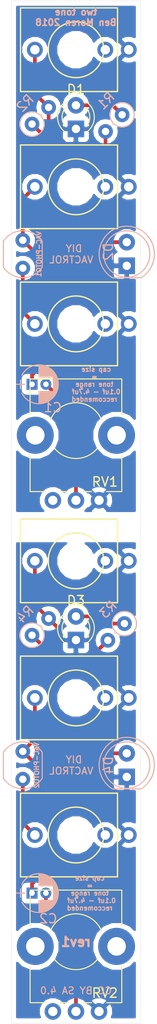
<source format=kicad_pcb>
(kicad_pcb (version 20171130) (host pcbnew "(2018-02-10 revision a04965c)-master")

  (general
    (thickness 1.6)
    (drawings 19)
    (tracks 51)
    (zones 0)
    (modules 20)
    (nets 23)
  )

  (page A4)
  (layers
    (0 F.Cu signal)
    (31 B.Cu signal)
    (32 B.Adhes user)
    (34 B.Paste user)
    (35 F.Paste user)
    (36 B.SilkS user)
    (37 F.SilkS user)
    (38 B.Mask user)
    (39 F.Mask user)
    (44 Edge.Cuts user)
    (49 F.Fab user)
  )

  (setup
    (last_trace_width 0.4)
    (trace_clearance 0.2)
    (zone_clearance 0.508)
    (zone_45_only no)
    (trace_min 0.2)
    (segment_width 0.15)
    (edge_width 0.15)
    (via_size 0.8)
    (via_drill 0.4)
    (via_min_size 0.4)
    (via_min_drill 0.3)
    (uvia_size 0.3)
    (uvia_drill 0.1)
    (uvias_allowed no)
    (uvia_min_size 0.2)
    (uvia_min_drill 0.1)
    (pcb_text_width 0.3)
    (pcb_text_size 1.5 1.5)
    (mod_edge_width 0.15)
    (mod_text_size 1 1)
    (mod_text_width 0.15)
    (pad_size 1.524 1.524)
    (pad_drill 0.762)
    (pad_to_mask_clearance 0.2)
    (aux_axis_origin 0 0)
    (visible_elements FEFFFF7F)
    (pcbplotparams
      (layerselection 0x010fc_ffffffff)
      (usegerberextensions true)
      (usegerberattributes false)
      (usegerberadvancedattributes false)
      (creategerberjobfile false)
      (excludeedgelayer true)
      (linewidth 0.100000)
      (plotframeref false)
      (viasonmask false)
      (mode 1)
      (useauxorigin false)
      (hpglpennumber 1)
      (hpglpenspeed 20)
      (hpglpendiameter 15)
      (psnegative false)
      (psa4output false)
      (plotreference true)
      (plotvalue true)
      (plotinvisibletext false)
      (padsonsilk false)
      (subtractmaskfromsilk false)
      (outputformat 1)
      (mirror false)
      (drillshape 0)
      (scaleselection 1)
      (outputdirectory "/Users/bmoren/Desktop/module developemnt/twotone/rev1/tow_tone_rev1_gerbs/"))
  )

  (net 0 "")
  (net 1 "Net-(C1-Pad2)")
  (net 2 "Net-(C1-Pad1)")
  (net 3 "Net-(C2-Pad1)")
  (net 4 "Net-(C2-Pad2)")
  (net 5 "Net-(D1-Pad2)")
  (net 6 GNDREF)
  (net 7 "Net-(D2-Pad2)")
  (net 8 "Net-(D3-Pad2)")
  (net 9 "Net-(D4-Pad2)")
  (net 10 "Net-(J1-Pad3)")
  (net 11 "Net-(J1-Pad2)")
  (net 12 "Net-(J2-Pad2)")
  (net 13 "Net-(J3-Pad3)")
  (net 14 "Net-(J3-Pad2)")
  (net 15 "Net-(J4-Pad2)")
  (net 16 "Net-(J4-Pad3)")
  (net 17 "Net-(J5-Pad2)")
  (net 18 "Net-(J6-Pad2)")
  (net 19 "Net-(J6-Pad3)")
  (net 20 GND)
  (net 21 "Net-(RV1-Pad3)")
  (net 22 "Net-(RV2-Pad3)")

  (net_class Default "This is the default net class."
    (clearance 0.2)
    (trace_width 0.4)
    (via_dia 0.8)
    (via_drill 0.4)
    (uvia_dia 0.3)
    (uvia_drill 0.1)
    (add_net GND)
    (add_net GNDREF)
    (add_net "Net-(C1-Pad1)")
    (add_net "Net-(C1-Pad2)")
    (add_net "Net-(C2-Pad1)")
    (add_net "Net-(C2-Pad2)")
    (add_net "Net-(D1-Pad2)")
    (add_net "Net-(D2-Pad2)")
    (add_net "Net-(D3-Pad2)")
    (add_net "Net-(D4-Pad2)")
    (add_net "Net-(J1-Pad2)")
    (add_net "Net-(J1-Pad3)")
    (add_net "Net-(J2-Pad2)")
    (add_net "Net-(J3-Pad2)")
    (add_net "Net-(J3-Pad3)")
    (add_net "Net-(J4-Pad2)")
    (add_net "Net-(J4-Pad3)")
    (add_net "Net-(J5-Pad2)")
    (add_net "Net-(J6-Pad2)")
    (add_net "Net-(J6-Pad3)")
    (add_net "Net-(RV1-Pad3)")
    (add_net "Net-(RV2-Pad3)")
  )

  (module modular:LED_D3.0mm_center_anchor (layer F.Cu) (tedit 5AAB0761) (tstamp 5AA1F5EA)
    (at 7 12.5 90)
    (descr "LED, diameter 3.0mm, 2 pins")
    (tags "LED diameter 3.0mm 2 pins")
    (path /5AA0557F)
    (fp_text reference D1 (at 2.98 0 180) (layer F.SilkS)
      (effects (font (size 1 1) (thickness 0.15)))
    )
    (fp_text value LED (at 0 2.96 90) (layer F.Fab)
      (effects (font (size 1 1) (thickness 0.15)))
    )
    (fp_arc (start 0 0) (end -1.5 -1.16619) (angle 284.3) (layer F.Fab) (width 0.1))
    (fp_arc (start 0 0) (end -1.56 -1.235516) (angle 108.8) (layer F.SilkS) (width 0.12))
    (fp_arc (start 0 0) (end -1.56 1.235516) (angle -108.8) (layer F.SilkS) (width 0.12))
    (fp_arc (start 0 0) (end -1.040961 -1.08) (angle 87.9) (layer F.SilkS) (width 0.12))
    (fp_arc (start 0 0) (end -1.040961 1.08) (angle -87.9) (layer F.SilkS) (width 0.12))
    (fp_circle (center 0 0) (end 1.5 0) (layer F.Fab) (width 0.1))
    (fp_line (start -1.5 -1.16619) (end -1.5 1.16619) (layer F.Fab) (width 0.1))
    (fp_line (start -1.56 -1.236) (end -1.56 -1.08) (layer F.SilkS) (width 0.12))
    (fp_line (start -1.56 1.08) (end -1.56 1.236) (layer F.SilkS) (width 0.12))
    (fp_line (start -2.42 -2.25) (end -2.42 2.25) (layer F.CrtYd) (width 0.05))
    (fp_line (start -2.42 2.25) (end 2.43 2.25) (layer F.CrtYd) (width 0.05))
    (fp_line (start 2.43 2.25) (end 2.43 -2.25) (layer F.CrtYd) (width 0.05))
    (fp_line (start 2.43 -2.25) (end -2.42 -2.25) (layer F.CrtYd) (width 0.05))
    (pad 1 thru_hole rect (at -1.27 0 90) (size 1.8 1.8) (drill 0.9) (layers *.Cu *.Mask)
      (net 6 GNDREF))
    (pad 2 thru_hole circle (at 1.27 0 90) (size 1.8 1.8) (drill 0.9) (layers *.Cu *.Mask)
      (net 5 "Net-(D1-Pad2)"))
    (model ${KISYS3DMOD}/LEDs.3dshapes/LED_D3.0mm.wrl
      (at (xyz 0 0 0))
      (scale (xyz 0.393701 0.393701 0.393701))
      (rotate (xyz 0 0 0))
    )
  )

  (module modular:LED_D3.0mm_center_anchor (layer F.Cu) (tedit 5AAB0761) (tstamp 5AA1F60F)
    (at 7 67.5 90)
    (descr "LED, diameter 3.0mm, 2 pins")
    (tags "LED diameter 3.0mm 2 pins")
    (path /5AA1BC96)
    (fp_text reference D3 (at 2.98 0 180) (layer F.SilkS)
      (effects (font (size 1 1) (thickness 0.15)))
    )
    (fp_text value LED (at 0 2.96 90) (layer F.Fab)
      (effects (font (size 1 1) (thickness 0.15)))
    )
    (fp_arc (start 0 0) (end -1.5 -1.16619) (angle 284.3) (layer F.Fab) (width 0.1))
    (fp_arc (start 0 0) (end -1.56 -1.235516) (angle 108.8) (layer F.SilkS) (width 0.12))
    (fp_arc (start 0 0) (end -1.56 1.235516) (angle -108.8) (layer F.SilkS) (width 0.12))
    (fp_arc (start 0 0) (end -1.040961 -1.08) (angle 87.9) (layer F.SilkS) (width 0.12))
    (fp_arc (start 0 0) (end -1.040961 1.08) (angle -87.9) (layer F.SilkS) (width 0.12))
    (fp_circle (center 0 0) (end 1.5 0) (layer F.Fab) (width 0.1))
    (fp_line (start -1.5 -1.16619) (end -1.5 1.16619) (layer F.Fab) (width 0.1))
    (fp_line (start -1.56 -1.236) (end -1.56 -1.08) (layer F.SilkS) (width 0.12))
    (fp_line (start -1.56 1.08) (end -1.56 1.236) (layer F.SilkS) (width 0.12))
    (fp_line (start -2.42 -2.25) (end -2.42 2.25) (layer F.CrtYd) (width 0.05))
    (fp_line (start -2.42 2.25) (end 2.43 2.25) (layer F.CrtYd) (width 0.05))
    (fp_line (start 2.43 2.25) (end 2.43 -2.25) (layer F.CrtYd) (width 0.05))
    (fp_line (start 2.43 -2.25) (end -2.42 -2.25) (layer F.CrtYd) (width 0.05))
    (pad 1 thru_hole rect (at -1.27 0 90) (size 1.8 1.8) (drill 0.9) (layers *.Cu *.Mask)
      (net 20 GND))
    (pad 2 thru_hole circle (at 1.27 0 90) (size 1.8 1.8) (drill 0.9) (layers *.Cu *.Mask)
      (net 8 "Net-(D3-Pad2)"))
    (model ${KISYS3DMOD}/LEDs.3dshapes/LED_D3.0mm.wrl
      (at (xyz 0 0 0))
      (scale (xyz 0.393701 0.393701 0.393701))
      (rotate (xyz 0 0 0))
    )
  )

  (module modular:PJ301M12_nearness (layer F.Cu) (tedit 5AAAFE68) (tstamp 5AAACD01)
    (at 7 89.75 90)
    (path /5AA1BC7F)
    (fp_text reference J6 (at 0 8.255 90) (layer F.SilkS) hide
      (effects (font (size 1 1) (thickness 0.15)))
    )
    (fp_text value thonkiconn (at 0 -6.985 90) (layer F.Fab)
      (effects (font (size 1 1) (thickness 0.15)))
    )
    (fp_circle (center 0 0) (end 3 0) (layer F.SilkS) (width 0.15))
    (fp_line (start -4.5 4.5) (end -4.5 -6) (layer F.SilkS) (width 0.15))
    (fp_line (start 4.5 4.5) (end -4.5 4.5) (layer F.SilkS) (width 0.15))
    (fp_line (start 4.5 -6) (end 4.5 4.5) (layer F.SilkS) (width 0.15))
    (fp_line (start -4.5 -6) (end 4.5 -6) (layer F.SilkS) (width 0.15))
    (pad "" np_thru_hole circle (at 0 0 90) (size 3 3) (drill 3) (layers *.Cu *.Mask))
    (pad 3 thru_hole circle (at 0 -4.445 90) (size 1.7272 1.7272) (drill 1.016) (layers *.Cu *.Mask)
      (net 19 "Net-(J6-Pad3)"))
    (pad 2 thru_hole circle (at 0 3.175 90) (size 1.7272 1.7272) (drill 1.016) (layers *.Cu *.Mask)
      (net 18 "Net-(J6-Pad2)"))
    (pad 1 thru_hole circle (at 0 5.715 90) (size 1.7272 1.7272) (drill 1.016) (layers *.Cu *.Mask)
      (net 20 GND))
    (model /Users/bmoren/Documents/kicad_libs/thonkiconn_VRML2.wrl
      (at (xyz 0 0 0))
      (scale (xyz 0.35 0.35 0.35))
      (rotate (xyz -90 0 0))
    )
  )

  (module modular:PJ301M12_nearness (layer F.Cu) (tedit 5AAAFE68) (tstamp 5AAACCF5)
    (at 7 75 90)
    (path /5AA1BC78)
    (fp_text reference J5 (at 0 8.255 90) (layer F.SilkS) hide
      (effects (font (size 1 1) (thickness 0.15)))
    )
    (fp_text value thonkiconn (at 0 -6.985 90) (layer F.Fab)
      (effects (font (size 1 1) (thickness 0.15)))
    )
    (fp_circle (center 0 0) (end 3 0) (layer F.SilkS) (width 0.15))
    (fp_line (start -4.5 4.5) (end -4.5 -6) (layer F.SilkS) (width 0.15))
    (fp_line (start 4.5 4.5) (end -4.5 4.5) (layer F.SilkS) (width 0.15))
    (fp_line (start 4.5 -6) (end 4.5 4.5) (layer F.SilkS) (width 0.15))
    (fp_line (start -4.5 -6) (end 4.5 -6) (layer F.SilkS) (width 0.15))
    (pad "" np_thru_hole circle (at 0 0 90) (size 3 3) (drill 3) (layers *.Cu *.Mask))
    (pad 3 thru_hole circle (at 0 -4.445 90) (size 1.7272 1.7272) (drill 1.016) (layers *.Cu *.Mask)
      (net 3 "Net-(C2-Pad1)"))
    (pad 2 thru_hole circle (at 0 3.175 90) (size 1.7272 1.7272) (drill 1.016) (layers *.Cu *.Mask)
      (net 17 "Net-(J5-Pad2)"))
    (pad 1 thru_hole circle (at 0 5.715 90) (size 1.7272 1.7272) (drill 1.016) (layers *.Cu *.Mask)
      (net 20 GND))
    (model /Users/bmoren/Documents/kicad_libs/thonkiconn_VRML2.wrl
      (at (xyz 0 0 0))
      (scale (xyz 0.35 0.35 0.35))
      (rotate (xyz -90 0 0))
    )
  )

  (module modular:PJ301M12_nearness (layer F.Cu) (tedit 5AAAFE68) (tstamp 5AAACCE9)
    (at 7 60.25 90)
    (path /5AA1BC71)
    (fp_text reference J4 (at 0 8.255 90) (layer F.SilkS) hide
      (effects (font (size 1 1) (thickness 0.15)))
    )
    (fp_text value thonkiconn (at 0 -6.985 90) (layer F.Fab)
      (effects (font (size 1 1) (thickness 0.15)))
    )
    (fp_circle (center 0 0) (end 3 0) (layer F.SilkS) (width 0.15))
    (fp_line (start -4.5 4.5) (end -4.5 -6) (layer F.SilkS) (width 0.15))
    (fp_line (start 4.5 4.5) (end -4.5 4.5) (layer F.SilkS) (width 0.15))
    (fp_line (start 4.5 -6) (end 4.5 4.5) (layer F.SilkS) (width 0.15))
    (fp_line (start -4.5 -6) (end 4.5 -6) (layer F.SilkS) (width 0.15))
    (pad "" np_thru_hole circle (at 0 0 90) (size 3 3) (drill 3) (layers *.Cu *.Mask))
    (pad 3 thru_hole circle (at 0 -4.445 90) (size 1.7272 1.7272) (drill 1.016) (layers *.Cu *.Mask)
      (net 16 "Net-(J4-Pad3)"))
    (pad 2 thru_hole circle (at 0 3.175 90) (size 1.7272 1.7272) (drill 1.016) (layers *.Cu *.Mask)
      (net 15 "Net-(J4-Pad2)"))
    (pad 1 thru_hole circle (at 0 5.715 90) (size 1.7272 1.7272) (drill 1.016) (layers *.Cu *.Mask)
      (net 20 GND))
    (model /Users/bmoren/Documents/kicad_libs/thonkiconn_VRML2.wrl
      (at (xyz 0 0 0))
      (scale (xyz 0.35 0.35 0.35))
      (rotate (xyz -90 0 0))
    )
  )

  (module modular:PJ301M12_nearness (layer F.Cu) (tedit 5AAAFE68) (tstamp 5AAACCDD)
    (at 7 34.75 90)
    (path /5AA051F8)
    (fp_text reference J3 (at 0 8.255 90) (layer F.SilkS) hide
      (effects (font (size 1 1) (thickness 0.15)))
    )
    (fp_text value thonkiconn (at 0 -6.985 90) (layer F.Fab)
      (effects (font (size 1 1) (thickness 0.15)))
    )
    (fp_circle (center 0 0) (end 3 0) (layer F.SilkS) (width 0.15))
    (fp_line (start -4.5 4.5) (end -4.5 -6) (layer F.SilkS) (width 0.15))
    (fp_line (start 4.5 4.5) (end -4.5 4.5) (layer F.SilkS) (width 0.15))
    (fp_line (start 4.5 -6) (end 4.5 4.5) (layer F.SilkS) (width 0.15))
    (fp_line (start -4.5 -6) (end 4.5 -6) (layer F.SilkS) (width 0.15))
    (pad "" np_thru_hole circle (at 0 0 90) (size 3 3) (drill 3) (layers *.Cu *.Mask))
    (pad 3 thru_hole circle (at 0 -4.445 90) (size 1.7272 1.7272) (drill 1.016) (layers *.Cu *.Mask)
      (net 13 "Net-(J3-Pad3)"))
    (pad 2 thru_hole circle (at 0 3.175 90) (size 1.7272 1.7272) (drill 1.016) (layers *.Cu *.Mask)
      (net 14 "Net-(J3-Pad2)"))
    (pad 1 thru_hole circle (at 0 5.715 90) (size 1.7272 1.7272) (drill 1.016) (layers *.Cu *.Mask)
      (net 6 GNDREF))
    (model /Users/bmoren/Documents/kicad_libs/thonkiconn_VRML2.wrl
      (at (xyz 0 0 0))
      (scale (xyz 0.35 0.35 0.35))
      (rotate (xyz -90 0 0))
    )
  )

  (module modular:PJ301M12_nearness (layer F.Cu) (tedit 5AAAFE68) (tstamp 5AAACCD1)
    (at 7 20 90)
    (path /5AA051C1)
    (fp_text reference J2 (at 0 8.255 90) (layer F.SilkS) hide
      (effects (font (size 1 1) (thickness 0.15)))
    )
    (fp_text value thonkiconn (at 0 -6.985 90) (layer F.Fab)
      (effects (font (size 1 1) (thickness 0.15)))
    )
    (fp_circle (center 0 0) (end 3 0) (layer F.SilkS) (width 0.15))
    (fp_line (start -4.5 4.5) (end -4.5 -6) (layer F.SilkS) (width 0.15))
    (fp_line (start 4.5 4.5) (end -4.5 4.5) (layer F.SilkS) (width 0.15))
    (fp_line (start 4.5 -6) (end 4.5 4.5) (layer F.SilkS) (width 0.15))
    (fp_line (start -4.5 -6) (end 4.5 -6) (layer F.SilkS) (width 0.15))
    (pad "" np_thru_hole circle (at 0 0 90) (size 3 3) (drill 3) (layers *.Cu *.Mask))
    (pad 3 thru_hole circle (at 0 -4.445 90) (size 1.7272 1.7272) (drill 1.016) (layers *.Cu *.Mask)
      (net 2 "Net-(C1-Pad1)"))
    (pad 2 thru_hole circle (at 0 3.175 90) (size 1.7272 1.7272) (drill 1.016) (layers *.Cu *.Mask)
      (net 12 "Net-(J2-Pad2)"))
    (pad 1 thru_hole circle (at 0 5.715 90) (size 1.7272 1.7272) (drill 1.016) (layers *.Cu *.Mask)
      (net 6 GNDREF))
    (model /Users/bmoren/Documents/kicad_libs/thonkiconn_VRML2.wrl
      (at (xyz 0 0 0))
      (scale (xyz 0.35 0.35 0.35))
      (rotate (xyz -90 0 0))
    )
  )

  (module modular:PJ301M12_nearness (layer F.Cu) (tedit 5AAAFE68) (tstamp 5AAACCC5)
    (at 7 5.25 90)
    (path /5AA050B7)
    (fp_text reference J1 (at 0 8.255 90) (layer F.SilkS) hide
      (effects (font (size 1 1) (thickness 0.15)))
    )
    (fp_text value thonkiconn (at 0 -6.985 90) (layer F.Fab)
      (effects (font (size 1 1) (thickness 0.15)))
    )
    (fp_circle (center 0 0) (end 3 0) (layer F.SilkS) (width 0.15))
    (fp_line (start -4.5 4.5) (end -4.5 -6) (layer F.SilkS) (width 0.15))
    (fp_line (start 4.5 4.5) (end -4.5 4.5) (layer F.SilkS) (width 0.15))
    (fp_line (start 4.5 -6) (end 4.5 4.5) (layer F.SilkS) (width 0.15))
    (fp_line (start -4.5 -6) (end 4.5 -6) (layer F.SilkS) (width 0.15))
    (pad "" np_thru_hole circle (at 0 0 90) (size 3 3) (drill 3) (layers *.Cu *.Mask))
    (pad 3 thru_hole circle (at 0 -4.445 90) (size 1.7272 1.7272) (drill 1.016) (layers *.Cu *.Mask)
      (net 10 "Net-(J1-Pad3)"))
    (pad 2 thru_hole circle (at 0 3.175 90) (size 1.7272 1.7272) (drill 1.016) (layers *.Cu *.Mask)
      (net 11 "Net-(J1-Pad2)"))
    (pad 1 thru_hole circle (at 0 5.715 90) (size 1.7272 1.7272) (drill 1.016) (layers *.Cu *.Mask)
      (net 6 GNDREF))
    (model /Users/bmoren/Documents/kicad_libs/thonkiconn_VRML2.wrl
      (at (xyz 0 0 0))
      (scale (xyz 0.35 0.35 0.35))
      (rotate (xyz -90 0 0))
    )
  )

  (module modular:Potentiometer_Alps_RK09K_Horizontal_3d (layer F.Cu) (tedit 5AA48024) (tstamp 5AA1F6C5)
    (at 7 46.25 90)
    (descr "Potentiometer, horizontally mounted, Omeg PC16PU, Omeg PC16PU, Omeg PC16PU, Vishay/Spectrol 248GJ/249GJ Single, Vishay/Spectrol 248GJ/249GJ Single, Vishay/Spectrol 248GJ/249GJ Single, Vishay/Spectrol 248GH/249GH Single, Vishay/Spectrol 148/149 Single, Vishay/Spectrol 148/149 Single, Vishay/Spectrol 148/149 Single, Vishay/Spectrol 148A/149A Single with mounting plates, Vishay/Spectrol 148/149 Double, Vishay/Spectrol 148A/149A Double with mounting plates, Piher PC-16 Single, Piher PC-16 Single, Piher PC-16 Single, Piher PC-16SV Single, Piher PC-16 Double, Piher PC-16 Triple, Piher T16H Single, Piher T16L Single, Piher T16H Double, Alps RK163 Single, Alps RK163 Double, Alps RK097 Single, Alps RK097 Double, Bourns PTV09A-2 Single with mounting sleve Single, Bourns PTV09A-1 with mounting sleve Single, Bourns PRS11S Single, Alps RK09K Single with mounting sleve Single, Alps RK09K with mounting sleve Single, http://www.alps.com/prod/info/E/HTML/Potentiometer/RotaryPotentiometers/RK09K/RK09D1130C1B.html")
    (tags "Potentiometer horizontal  Omeg PC16PU  Omeg PC16PU  Omeg PC16PU  Vishay/Spectrol 248GJ/249GJ Single  Vishay/Spectrol 248GJ/249GJ Single  Vishay/Spectrol 248GJ/249GJ Single  Vishay/Spectrol 248GH/249GH Single  Vishay/Spectrol 148/149 Single  Vishay/Spectrol 148/149 Single  Vishay/Spectrol 148/149 Single  Vishay/Spectrol 148A/149A Single with mounting plates  Vishay/Spectrol 148/149 Double  Vishay/Spectrol 148A/149A Double with mounting plates  Piher PC-16 Single  Piher PC-16 Single  Piher PC-16 Single  Piher PC-16SV Single  Piher PC-16 Double  Piher PC-16 Triple  Piher T16H Single  Piher T16L Single  Piher T16H Double  Alps RK163 Single  Alps RK163 Double  Alps RK097 Single  Alps RK097 Double  Bourns PTV09A-2 Single with mounting sleve Single  Bourns PTV09A-1 with mounting sleve Single  Bourns PRS11S Single  Alps RK09K Single with mounting sleve Single  Alps RK09K with mounting sleve Single")
    (path /5AA0655D)
    (fp_text reference RV1 (at -5.5 3.13 180) (layer F.SilkS)
      (effects (font (size 1 1) (thickness 0.15)))
    )
    (fp_text value "A10K " (at 2.25 -7.37 90) (layer F.Fab)
      (effects (font (size 1 1) (thickness 0.15)))
    )
    (fp_arc (start 0.01462 0.0019) (end 1.18762 2.7639) (angle -134) (layer F.SilkS) (width 0.12))
    (fp_arc (start 0.01462 0.0019) (end -1.91338 -2.2961) (angle -100) (layer F.SilkS) (width 0.12))
    (fp_circle (center 0.01462 0.0019) (end 3.26462 0.0019) (layer F.Fab) (width 0.1))
    (fp_circle (center 0.01462 0.0019) (end 3.01462 0.0019) (layer F.Fab) (width 0.1))
    (fp_line (start -6.48538 -4.8981) (end -6.48538 4.9019) (layer F.Fab) (width 0.1))
    (fp_line (start -6.48538 4.9019) (end 5.51462 4.9019) (layer F.Fab) (width 0.1))
    (fp_line (start 5.51462 4.9019) (end 5.51462 -4.8981) (layer F.Fab) (width 0.1))
    (fp_line (start 5.51462 -4.8981) (end -6.48538 -4.8981) (layer F.Fab) (width 0.1))
    (fp_line (start -6.54538 -4.9591) (end -2.67938 -4.9591) (layer F.SilkS) (width 0.12))
    (fp_line (start 1.70962 -4.9591) (end 5.57462 -4.9591) (layer F.SilkS) (width 0.12))
    (fp_line (start -6.54538 4.9619) (end -2.67938 4.9619) (layer F.SilkS) (width 0.12))
    (fp_line (start 1.70962 4.9619) (end 5.57462 4.9619) (layer F.SilkS) (width 0.12))
    (fp_line (start -6.54538 -4.9591) (end -6.54538 -3.3231) (layer F.SilkS) (width 0.12))
    (fp_line (start -6.54538 -1.6731) (end -6.54538 -0.8231) (layer F.SilkS) (width 0.12))
    (fp_line (start -6.54538 0.8269) (end -6.54538 1.6769) (layer F.SilkS) (width 0.12))
    (fp_line (start -6.54538 3.3269) (end -6.54538 4.9619) (layer F.SilkS) (width 0.12))
    (fp_line (start 5.57462 -4.9591) (end 5.57462 4.9619) (layer F.SilkS) (width 0.12))
    (fp_line (start -8.63538 -6.6481) (end -8.63538 6.6519) (layer F.CrtYd) (width 0.05))
    (fp_line (start -8.63538 6.6519) (end 5.76462 6.6519) (layer F.CrtYd) (width 0.05))
    (fp_line (start 5.76462 6.6519) (end 5.76462 -6.6481) (layer F.CrtYd) (width 0.05))
    (fp_line (start 5.76462 -6.6481) (end -8.63538 -6.6481) (layer F.CrtYd) (width 0.05))
    (pad 3 thru_hole circle (at -7.48538 -2.4981 90) (size 1.8 1.8) (drill 1) (layers *.Cu *.Mask)
      (net 21 "Net-(RV1-Pad3)"))
    (pad 2 thru_hole circle (at -7.48538 0.0019 90) (size 1.8 1.8) (drill 1) (layers *.Cu *.Mask)
      (net 1 "Net-(C1-Pad2)"))
    (pad 1 thru_hole circle (at -7.48538 2.5019 90) (size 1.8 1.8) (drill 1) (layers *.Cu *.Mask)
      (net 6 GNDREF))
    (pad 0 np_thru_hole circle (at -0.48538 -4.3981 90) (size 4 4) (drill 2) (layers *.Cu *.Mask))
    (pad 0 np_thru_hole circle (at -0.48538 4.4019 90) (size 4 4) (drill 2) (layers *.Cu *.Mask))
    (model /Users/bmoren/Documents/kicad_libs/alpha_pot_vrml2.wrl
      (offset (xyz -0.75 -0.25 0))
      (scale (xyz 0.3937 0.3937 0.3937))
      (rotate (xyz -90 0 90))
    )
  )

  (module modular:Potentiometer_Alps_RK09K_Horizontal_3d (layer F.Cu) (tedit 5AA48024) (tstamp 5AA1F6E3)
    (at 7 101.25 90)
    (descr "Potentiometer, horizontally mounted, Omeg PC16PU, Omeg PC16PU, Omeg PC16PU, Vishay/Spectrol 248GJ/249GJ Single, Vishay/Spectrol 248GJ/249GJ Single, Vishay/Spectrol 248GJ/249GJ Single, Vishay/Spectrol 248GH/249GH Single, Vishay/Spectrol 148/149 Single, Vishay/Spectrol 148/149 Single, Vishay/Spectrol 148/149 Single, Vishay/Spectrol 148A/149A Single with mounting plates, Vishay/Spectrol 148/149 Double, Vishay/Spectrol 148A/149A Double with mounting plates, Piher PC-16 Single, Piher PC-16 Single, Piher PC-16 Single, Piher PC-16SV Single, Piher PC-16 Double, Piher PC-16 Triple, Piher T16H Single, Piher T16L Single, Piher T16H Double, Alps RK163 Single, Alps RK163 Double, Alps RK097 Single, Alps RK097 Double, Bourns PTV09A-2 Single with mounting sleve Single, Bourns PTV09A-1 with mounting sleve Single, Bourns PRS11S Single, Alps RK09K Single with mounting sleve Single, Alps RK09K with mounting sleve Single, http://www.alps.com/prod/info/E/HTML/Potentiometer/RotaryPotentiometers/RK09K/RK09D1130C1B.html")
    (tags "Potentiometer horizontal  Omeg PC16PU  Omeg PC16PU  Omeg PC16PU  Vishay/Spectrol 248GJ/249GJ Single  Vishay/Spectrol 248GJ/249GJ Single  Vishay/Spectrol 248GJ/249GJ Single  Vishay/Spectrol 248GH/249GH Single  Vishay/Spectrol 148/149 Single  Vishay/Spectrol 148/149 Single  Vishay/Spectrol 148/149 Single  Vishay/Spectrol 148A/149A Single with mounting plates  Vishay/Spectrol 148/149 Double  Vishay/Spectrol 148A/149A Double with mounting plates  Piher PC-16 Single  Piher PC-16 Single  Piher PC-16 Single  Piher PC-16SV Single  Piher PC-16 Double  Piher PC-16 Triple  Piher T16H Single  Piher T16L Single  Piher T16H Double  Alps RK163 Single  Alps RK163 Double  Alps RK097 Single  Alps RK097 Double  Bourns PTV09A-2 Single with mounting sleve Single  Bourns PTV09A-1 with mounting sleve Single  Bourns PRS11S Single  Alps RK09K Single with mounting sleve Single  Alps RK09K with mounting sleve Single")
    (path /5AA1BCBE)
    (fp_text reference RV2 (at -5.5 3.13 180) (layer F.SilkS)
      (effects (font (size 1 1) (thickness 0.15)))
    )
    (fp_text value "A10K " (at 6.05 5.15 90) (layer F.Fab)
      (effects (font (size 1 1) (thickness 0.15)))
    )
    (fp_arc (start 0.01462 0.0019) (end 1.18762 2.7639) (angle -134) (layer F.SilkS) (width 0.12))
    (fp_arc (start 0.01462 0.0019) (end -1.91338 -2.2961) (angle -100) (layer F.SilkS) (width 0.12))
    (fp_circle (center 0.01462 0.0019) (end 3.26462 0.0019) (layer F.Fab) (width 0.1))
    (fp_circle (center 0.01462 0.0019) (end 3.01462 0.0019) (layer F.Fab) (width 0.1))
    (fp_line (start -6.48538 -4.8981) (end -6.48538 4.9019) (layer F.Fab) (width 0.1))
    (fp_line (start -6.48538 4.9019) (end 5.51462 4.9019) (layer F.Fab) (width 0.1))
    (fp_line (start 5.51462 4.9019) (end 5.51462 -4.8981) (layer F.Fab) (width 0.1))
    (fp_line (start 5.51462 -4.8981) (end -6.48538 -4.8981) (layer F.Fab) (width 0.1))
    (fp_line (start -6.54538 -4.9591) (end -2.67938 -4.9591) (layer F.SilkS) (width 0.12))
    (fp_line (start 1.70962 -4.9591) (end 5.57462 -4.9591) (layer F.SilkS) (width 0.12))
    (fp_line (start -6.54538 4.9619) (end -2.67938 4.9619) (layer F.SilkS) (width 0.12))
    (fp_line (start 1.70962 4.9619) (end 5.57462 4.9619) (layer F.SilkS) (width 0.12))
    (fp_line (start -6.54538 -4.9591) (end -6.54538 -3.3231) (layer F.SilkS) (width 0.12))
    (fp_line (start -6.54538 -1.6731) (end -6.54538 -0.8231) (layer F.SilkS) (width 0.12))
    (fp_line (start -6.54538 0.8269) (end -6.54538 1.6769) (layer F.SilkS) (width 0.12))
    (fp_line (start -6.54538 3.3269) (end -6.54538 4.9619) (layer F.SilkS) (width 0.12))
    (fp_line (start 5.57462 -4.9591) (end 5.57462 4.9619) (layer F.SilkS) (width 0.12))
    (fp_line (start -8.63538 -6.6481) (end -8.63538 6.6519) (layer F.CrtYd) (width 0.05))
    (fp_line (start -8.63538 6.6519) (end 5.76462 6.6519) (layer F.CrtYd) (width 0.05))
    (fp_line (start 5.76462 6.6519) (end 5.76462 -6.6481) (layer F.CrtYd) (width 0.05))
    (fp_line (start 5.76462 -6.6481) (end -8.63538 -6.6481) (layer F.CrtYd) (width 0.05))
    (pad 3 thru_hole circle (at -7.48538 -2.4981 90) (size 1.8 1.8) (drill 1) (layers *.Cu *.Mask)
      (net 22 "Net-(RV2-Pad3)"))
    (pad 2 thru_hole circle (at -7.48538 0.0019 90) (size 1.8 1.8) (drill 1) (layers *.Cu *.Mask)
      (net 4 "Net-(C2-Pad2)"))
    (pad 1 thru_hole circle (at -7.48538 2.5019 90) (size 1.8 1.8) (drill 1) (layers *.Cu *.Mask)
      (net 20 GND))
    (pad 0 np_thru_hole circle (at -0.48538 -4.3981 90) (size 4 4) (drill 2) (layers *.Cu *.Mask))
    (pad 0 np_thru_hole circle (at -0.48538 4.4019 90) (size 4 4) (drill 2) (layers *.Cu *.Mask))
    (model /Users/bmoren/Documents/kicad_libs/alpha_pot_vrml2.wrl
      (offset (xyz -0.75 -0.25 0))
      (scale (xyz 0.3937 0.3937 0.3937))
      (rotate (xyz -90 0 90))
    )
  )

  (module Capacitors_THT:CP_Radial_D4.0mm_P1.50mm (layer B.Cu) (tedit 597BC7C2) (tstamp 5AA1F568)
    (at 2.25 41.25)
    (descr "CP, Radial series, Radial, pin pitch=1.50mm, , diameter=4mm, Electrolytic Capacitor")
    (tags "CP Radial series Radial pin pitch 1.50mm  diameter 4mm Electrolytic Capacitor")
    (path /5AA05E3A)
    (fp_text reference C1 (at 2.25 2.5) (layer B.SilkS)
      (effects (font (size 1 1) (thickness 0.15)) (justify mirror))
    )
    (fp_text value "< 4.7u" (at 0.75 -3.31) (layer B.Fab)
      (effects (font (size 1 1) (thickness 0.15)) (justify mirror))
    )
    (fp_text user %R (at 0.75 0) (layer B.Fab)
      (effects (font (size 1 1) (thickness 0.15)) (justify mirror))
    )
    (fp_line (start 3.1 2.35) (end -1.6 2.35) (layer B.CrtYd) (width 0.05))
    (fp_line (start 3.1 -2.35) (end 3.1 2.35) (layer B.CrtYd) (width 0.05))
    (fp_line (start -1.6 -2.35) (end 3.1 -2.35) (layer B.CrtYd) (width 0.05))
    (fp_line (start -1.6 2.35) (end -1.6 -2.35) (layer B.CrtYd) (width 0.05))
    (fp_line (start -1.25 0.45) (end -1.25 -0.45) (layer B.SilkS) (width 0.12))
    (fp_line (start -1.7 0) (end -0.8 0) (layer B.SilkS) (width 0.12))
    (fp_line (start 2.831 0.165) (end 2.831 -0.165) (layer B.SilkS) (width 0.12))
    (fp_line (start 2.791 0.415) (end 2.791 -0.415) (layer B.SilkS) (width 0.12))
    (fp_line (start 2.751 0.567) (end 2.751 -0.567) (layer B.SilkS) (width 0.12))
    (fp_line (start 2.711 0.686) (end 2.711 -0.686) (layer B.SilkS) (width 0.12))
    (fp_line (start 2.671 0.786) (end 2.671 -0.786) (layer B.SilkS) (width 0.12))
    (fp_line (start 2.631 0.874) (end 2.631 -0.874) (layer B.SilkS) (width 0.12))
    (fp_line (start 2.591 0.952) (end 2.591 -0.952) (layer B.SilkS) (width 0.12))
    (fp_line (start 2.551 1.023) (end 2.551 -1.023) (layer B.SilkS) (width 0.12))
    (fp_line (start 2.511 1.088) (end 2.511 -1.088) (layer B.SilkS) (width 0.12))
    (fp_line (start 2.471 1.148) (end 2.471 -1.148) (layer B.SilkS) (width 0.12))
    (fp_line (start 2.431 1.204) (end 2.431 -1.204) (layer B.SilkS) (width 0.12))
    (fp_line (start 2.391 1.256) (end 2.391 -1.256) (layer B.SilkS) (width 0.12))
    (fp_line (start 2.351 1.305) (end 2.351 -1.305) (layer B.SilkS) (width 0.12))
    (fp_line (start 2.311 1.351) (end 2.311 -1.351) (layer B.SilkS) (width 0.12))
    (fp_line (start 2.271 -0.78) (end 2.271 -1.395) (layer B.SilkS) (width 0.12))
    (fp_line (start 2.271 1.395) (end 2.271 0.78) (layer B.SilkS) (width 0.12))
    (fp_line (start 2.231 -0.78) (end 2.231 -1.436) (layer B.SilkS) (width 0.12))
    (fp_line (start 2.231 1.436) (end 2.231 0.78) (layer B.SilkS) (width 0.12))
    (fp_line (start 2.191 -0.78) (end 2.191 -1.475) (layer B.SilkS) (width 0.12))
    (fp_line (start 2.191 1.475) (end 2.191 0.78) (layer B.SilkS) (width 0.12))
    (fp_line (start 2.151 -0.78) (end 2.151 -1.512) (layer B.SilkS) (width 0.12))
    (fp_line (start 2.151 1.512) (end 2.151 0.78) (layer B.SilkS) (width 0.12))
    (fp_line (start 2.111 -0.78) (end 2.111 -1.547) (layer B.SilkS) (width 0.12))
    (fp_line (start 2.111 1.547) (end 2.111 0.78) (layer B.SilkS) (width 0.12))
    (fp_line (start 2.071 -0.78) (end 2.071 -1.581) (layer B.SilkS) (width 0.12))
    (fp_line (start 2.071 1.581) (end 2.071 0.78) (layer B.SilkS) (width 0.12))
    (fp_line (start 2.031 -0.78) (end 2.031 -1.613) (layer B.SilkS) (width 0.12))
    (fp_line (start 2.031 1.613) (end 2.031 0.78) (layer B.SilkS) (width 0.12))
    (fp_line (start 1.991 -0.78) (end 1.991 -1.643) (layer B.SilkS) (width 0.12))
    (fp_line (start 1.991 1.643) (end 1.991 0.78) (layer B.SilkS) (width 0.12))
    (fp_line (start 1.951 -0.78) (end 1.951 -1.672) (layer B.SilkS) (width 0.12))
    (fp_line (start 1.951 1.672) (end 1.951 0.78) (layer B.SilkS) (width 0.12))
    (fp_line (start 1.911 -0.78) (end 1.911 -1.699) (layer B.SilkS) (width 0.12))
    (fp_line (start 1.911 1.699) (end 1.911 0.78) (layer B.SilkS) (width 0.12))
    (fp_line (start 1.871 -0.78) (end 1.871 -1.725) (layer B.SilkS) (width 0.12))
    (fp_line (start 1.871 1.725) (end 1.871 0.78) (layer B.SilkS) (width 0.12))
    (fp_line (start 1.831 -0.78) (end 1.831 -1.75) (layer B.SilkS) (width 0.12))
    (fp_line (start 1.831 1.75) (end 1.831 0.78) (layer B.SilkS) (width 0.12))
    (fp_line (start 1.791 -0.78) (end 1.791 -1.773) (layer B.SilkS) (width 0.12))
    (fp_line (start 1.791 1.773) (end 1.791 0.78) (layer B.SilkS) (width 0.12))
    (fp_line (start 1.751 -0.78) (end 1.751 -1.796) (layer B.SilkS) (width 0.12))
    (fp_line (start 1.751 1.796) (end 1.751 0.78) (layer B.SilkS) (width 0.12))
    (fp_line (start 1.711 -0.78) (end 1.711 -1.817) (layer B.SilkS) (width 0.12))
    (fp_line (start 1.711 1.817) (end 1.711 0.78) (layer B.SilkS) (width 0.12))
    (fp_line (start 1.671 -0.78) (end 1.671 -1.837) (layer B.SilkS) (width 0.12))
    (fp_line (start 1.671 1.837) (end 1.671 0.78) (layer B.SilkS) (width 0.12))
    (fp_line (start 1.631 -0.78) (end 1.631 -1.856) (layer B.SilkS) (width 0.12))
    (fp_line (start 1.631 1.856) (end 1.631 0.78) (layer B.SilkS) (width 0.12))
    (fp_line (start 1.591 -0.78) (end 1.591 -1.874) (layer B.SilkS) (width 0.12))
    (fp_line (start 1.591 1.874) (end 1.591 0.78) (layer B.SilkS) (width 0.12))
    (fp_line (start 1.551 -0.78) (end 1.551 -1.891) (layer B.SilkS) (width 0.12))
    (fp_line (start 1.551 1.891) (end 1.551 0.78) (layer B.SilkS) (width 0.12))
    (fp_line (start 1.511 -0.78) (end 1.511 -1.907) (layer B.SilkS) (width 0.12))
    (fp_line (start 1.511 1.907) (end 1.511 0.78) (layer B.SilkS) (width 0.12))
    (fp_line (start 1.471 -0.78) (end 1.471 -1.923) (layer B.SilkS) (width 0.12))
    (fp_line (start 1.471 1.923) (end 1.471 0.78) (layer B.SilkS) (width 0.12))
    (fp_line (start 1.43 -0.78) (end 1.43 -1.937) (layer B.SilkS) (width 0.12))
    (fp_line (start 1.43 1.937) (end 1.43 0.78) (layer B.SilkS) (width 0.12))
    (fp_line (start 1.39 -0.78) (end 1.39 -1.95) (layer B.SilkS) (width 0.12))
    (fp_line (start 1.39 1.95) (end 1.39 0.78) (layer B.SilkS) (width 0.12))
    (fp_line (start 1.35 -0.78) (end 1.35 -1.963) (layer B.SilkS) (width 0.12))
    (fp_line (start 1.35 1.963) (end 1.35 0.78) (layer B.SilkS) (width 0.12))
    (fp_line (start 1.31 -0.78) (end 1.31 -1.974) (layer B.SilkS) (width 0.12))
    (fp_line (start 1.31 1.974) (end 1.31 0.78) (layer B.SilkS) (width 0.12))
    (fp_line (start 1.27 -0.78) (end 1.27 -1.985) (layer B.SilkS) (width 0.12))
    (fp_line (start 1.27 1.985) (end 1.27 0.78) (layer B.SilkS) (width 0.12))
    (fp_line (start 1.23 -0.78) (end 1.23 -1.995) (layer B.SilkS) (width 0.12))
    (fp_line (start 1.23 1.995) (end 1.23 0.78) (layer B.SilkS) (width 0.12))
    (fp_line (start 1.19 -0.78) (end 1.19 -2.004) (layer B.SilkS) (width 0.12))
    (fp_line (start 1.19 2.004) (end 1.19 0.78) (layer B.SilkS) (width 0.12))
    (fp_line (start 1.15 -0.78) (end 1.15 -2.012) (layer B.SilkS) (width 0.12))
    (fp_line (start 1.15 2.012) (end 1.15 0.78) (layer B.SilkS) (width 0.12))
    (fp_line (start 1.11 -0.78) (end 1.11 -2.019) (layer B.SilkS) (width 0.12))
    (fp_line (start 1.11 2.019) (end 1.11 0.78) (layer B.SilkS) (width 0.12))
    (fp_line (start 1.07 -0.78) (end 1.07 -2.026) (layer B.SilkS) (width 0.12))
    (fp_line (start 1.07 2.026) (end 1.07 0.78) (layer B.SilkS) (width 0.12))
    (fp_line (start 1.03 -0.78) (end 1.03 -2.032) (layer B.SilkS) (width 0.12))
    (fp_line (start 1.03 2.032) (end 1.03 0.78) (layer B.SilkS) (width 0.12))
    (fp_line (start 0.99 -0.78) (end 0.99 -2.037) (layer B.SilkS) (width 0.12))
    (fp_line (start 0.99 2.037) (end 0.99 0.78) (layer B.SilkS) (width 0.12))
    (fp_line (start 0.95 -0.78) (end 0.95 -2.041) (layer B.SilkS) (width 0.12))
    (fp_line (start 0.95 2.041) (end 0.95 0.78) (layer B.SilkS) (width 0.12))
    (fp_line (start 0.91 -0.78) (end 0.91 -2.044) (layer B.SilkS) (width 0.12))
    (fp_line (start 0.91 2.044) (end 0.91 0.78) (layer B.SilkS) (width 0.12))
    (fp_line (start 0.87 -0.78) (end 0.87 -2.047) (layer B.SilkS) (width 0.12))
    (fp_line (start 0.87 2.047) (end 0.87 0.78) (layer B.SilkS) (width 0.12))
    (fp_line (start 0.83 -0.78) (end 0.83 -2.049) (layer B.SilkS) (width 0.12))
    (fp_line (start 0.83 2.049) (end 0.83 0.78) (layer B.SilkS) (width 0.12))
    (fp_line (start 0.79 -0.78) (end 0.79 -2.05) (layer B.SilkS) (width 0.12))
    (fp_line (start 0.79 2.05) (end 0.79 0.78) (layer B.SilkS) (width 0.12))
    (fp_line (start 0.75 2.05) (end 0.75 0.78) (layer B.SilkS) (width 0.12))
    (fp_line (start 0.75 -0.78) (end 0.75 -2.05) (layer B.SilkS) (width 0.12))
    (fp_line (start -1.25 0.45) (end -1.25 -0.45) (layer B.Fab) (width 0.1))
    (fp_line (start -1.7 0) (end -0.8 0) (layer B.Fab) (width 0.1))
    (fp_circle (center 0.75 0) (end 2.75 0) (layer B.Fab) (width 0.1))
    (fp_arc (start 0.75 0) (end 2.595996 0.98) (angle -55.9) (layer B.SilkS) (width 0.12))
    (fp_arc (start 0.75 0) (end -1.095996 -0.98) (angle 124.1) (layer B.SilkS) (width 0.12))
    (fp_arc (start 0.75 0) (end -1.095996 0.98) (angle -124.1) (layer B.SilkS) (width 0.12))
    (pad 2 thru_hole circle (at 1.5 0) (size 1.2 1.2) (drill 0.6) (layers *.Cu *.Mask)
      (net 1 "Net-(C1-Pad2)"))
    (pad 1 thru_hole rect (at 0 0) (size 1.2 1.2) (drill 0.6) (layers *.Cu *.Mask)
      (net 2 "Net-(C1-Pad1)"))
    (model ${KISYS3DMOD}/Capacitors_THT.3dshapes/CP_Radial_D4.0mm_P1.50mm.wrl
      (at (xyz 0 0 0))
      (scale (xyz 1 1 1))
      (rotate (xyz 0 0 0))
    )
  )

  (module Capacitors_THT:CP_Radial_D4.0mm_P1.50mm (layer B.Cu) (tedit 597BC7C2) (tstamp 5AA1F5D7)
    (at 2.25 96)
    (descr "CP, Radial series, Radial, pin pitch=1.50mm, , diameter=4mm, Electrolytic Capacitor")
    (tags "CP Radial series Radial pin pitch 1.50mm  diameter 4mm Electrolytic Capacitor")
    (path /5AA1BCB5)
    (fp_text reference C2 (at 1.75 2.75) (layer B.SilkS)
      (effects (font (size 1 1) (thickness 0.15)) (justify mirror))
    )
    (fp_text value "< 4.7u" (at 0.75 -3.31) (layer B.Fab)
      (effects (font (size 1 1) (thickness 0.15)) (justify mirror))
    )
    (fp_arc (start 0.75 0) (end -1.095996 0.98) (angle -124.1) (layer B.SilkS) (width 0.12))
    (fp_arc (start 0.75 0) (end -1.095996 -0.98) (angle 124.1) (layer B.SilkS) (width 0.12))
    (fp_arc (start 0.75 0) (end 2.595996 0.98) (angle -55.9) (layer B.SilkS) (width 0.12))
    (fp_circle (center 0.75 0) (end 2.75 0) (layer B.Fab) (width 0.1))
    (fp_line (start -1.7 0) (end -0.8 0) (layer B.Fab) (width 0.1))
    (fp_line (start -1.25 0.45) (end -1.25 -0.45) (layer B.Fab) (width 0.1))
    (fp_line (start 0.75 -0.78) (end 0.75 -2.05) (layer B.SilkS) (width 0.12))
    (fp_line (start 0.75 2.05) (end 0.75 0.78) (layer B.SilkS) (width 0.12))
    (fp_line (start 0.79 2.05) (end 0.79 0.78) (layer B.SilkS) (width 0.12))
    (fp_line (start 0.79 -0.78) (end 0.79 -2.05) (layer B.SilkS) (width 0.12))
    (fp_line (start 0.83 2.049) (end 0.83 0.78) (layer B.SilkS) (width 0.12))
    (fp_line (start 0.83 -0.78) (end 0.83 -2.049) (layer B.SilkS) (width 0.12))
    (fp_line (start 0.87 2.047) (end 0.87 0.78) (layer B.SilkS) (width 0.12))
    (fp_line (start 0.87 -0.78) (end 0.87 -2.047) (layer B.SilkS) (width 0.12))
    (fp_line (start 0.91 2.044) (end 0.91 0.78) (layer B.SilkS) (width 0.12))
    (fp_line (start 0.91 -0.78) (end 0.91 -2.044) (layer B.SilkS) (width 0.12))
    (fp_line (start 0.95 2.041) (end 0.95 0.78) (layer B.SilkS) (width 0.12))
    (fp_line (start 0.95 -0.78) (end 0.95 -2.041) (layer B.SilkS) (width 0.12))
    (fp_line (start 0.99 2.037) (end 0.99 0.78) (layer B.SilkS) (width 0.12))
    (fp_line (start 0.99 -0.78) (end 0.99 -2.037) (layer B.SilkS) (width 0.12))
    (fp_line (start 1.03 2.032) (end 1.03 0.78) (layer B.SilkS) (width 0.12))
    (fp_line (start 1.03 -0.78) (end 1.03 -2.032) (layer B.SilkS) (width 0.12))
    (fp_line (start 1.07 2.026) (end 1.07 0.78) (layer B.SilkS) (width 0.12))
    (fp_line (start 1.07 -0.78) (end 1.07 -2.026) (layer B.SilkS) (width 0.12))
    (fp_line (start 1.11 2.019) (end 1.11 0.78) (layer B.SilkS) (width 0.12))
    (fp_line (start 1.11 -0.78) (end 1.11 -2.019) (layer B.SilkS) (width 0.12))
    (fp_line (start 1.15 2.012) (end 1.15 0.78) (layer B.SilkS) (width 0.12))
    (fp_line (start 1.15 -0.78) (end 1.15 -2.012) (layer B.SilkS) (width 0.12))
    (fp_line (start 1.19 2.004) (end 1.19 0.78) (layer B.SilkS) (width 0.12))
    (fp_line (start 1.19 -0.78) (end 1.19 -2.004) (layer B.SilkS) (width 0.12))
    (fp_line (start 1.23 1.995) (end 1.23 0.78) (layer B.SilkS) (width 0.12))
    (fp_line (start 1.23 -0.78) (end 1.23 -1.995) (layer B.SilkS) (width 0.12))
    (fp_line (start 1.27 1.985) (end 1.27 0.78) (layer B.SilkS) (width 0.12))
    (fp_line (start 1.27 -0.78) (end 1.27 -1.985) (layer B.SilkS) (width 0.12))
    (fp_line (start 1.31 1.974) (end 1.31 0.78) (layer B.SilkS) (width 0.12))
    (fp_line (start 1.31 -0.78) (end 1.31 -1.974) (layer B.SilkS) (width 0.12))
    (fp_line (start 1.35 1.963) (end 1.35 0.78) (layer B.SilkS) (width 0.12))
    (fp_line (start 1.35 -0.78) (end 1.35 -1.963) (layer B.SilkS) (width 0.12))
    (fp_line (start 1.39 1.95) (end 1.39 0.78) (layer B.SilkS) (width 0.12))
    (fp_line (start 1.39 -0.78) (end 1.39 -1.95) (layer B.SilkS) (width 0.12))
    (fp_line (start 1.43 1.937) (end 1.43 0.78) (layer B.SilkS) (width 0.12))
    (fp_line (start 1.43 -0.78) (end 1.43 -1.937) (layer B.SilkS) (width 0.12))
    (fp_line (start 1.471 1.923) (end 1.471 0.78) (layer B.SilkS) (width 0.12))
    (fp_line (start 1.471 -0.78) (end 1.471 -1.923) (layer B.SilkS) (width 0.12))
    (fp_line (start 1.511 1.907) (end 1.511 0.78) (layer B.SilkS) (width 0.12))
    (fp_line (start 1.511 -0.78) (end 1.511 -1.907) (layer B.SilkS) (width 0.12))
    (fp_line (start 1.551 1.891) (end 1.551 0.78) (layer B.SilkS) (width 0.12))
    (fp_line (start 1.551 -0.78) (end 1.551 -1.891) (layer B.SilkS) (width 0.12))
    (fp_line (start 1.591 1.874) (end 1.591 0.78) (layer B.SilkS) (width 0.12))
    (fp_line (start 1.591 -0.78) (end 1.591 -1.874) (layer B.SilkS) (width 0.12))
    (fp_line (start 1.631 1.856) (end 1.631 0.78) (layer B.SilkS) (width 0.12))
    (fp_line (start 1.631 -0.78) (end 1.631 -1.856) (layer B.SilkS) (width 0.12))
    (fp_line (start 1.671 1.837) (end 1.671 0.78) (layer B.SilkS) (width 0.12))
    (fp_line (start 1.671 -0.78) (end 1.671 -1.837) (layer B.SilkS) (width 0.12))
    (fp_line (start 1.711 1.817) (end 1.711 0.78) (layer B.SilkS) (width 0.12))
    (fp_line (start 1.711 -0.78) (end 1.711 -1.817) (layer B.SilkS) (width 0.12))
    (fp_line (start 1.751 1.796) (end 1.751 0.78) (layer B.SilkS) (width 0.12))
    (fp_line (start 1.751 -0.78) (end 1.751 -1.796) (layer B.SilkS) (width 0.12))
    (fp_line (start 1.791 1.773) (end 1.791 0.78) (layer B.SilkS) (width 0.12))
    (fp_line (start 1.791 -0.78) (end 1.791 -1.773) (layer B.SilkS) (width 0.12))
    (fp_line (start 1.831 1.75) (end 1.831 0.78) (layer B.SilkS) (width 0.12))
    (fp_line (start 1.831 -0.78) (end 1.831 -1.75) (layer B.SilkS) (width 0.12))
    (fp_line (start 1.871 1.725) (end 1.871 0.78) (layer B.SilkS) (width 0.12))
    (fp_line (start 1.871 -0.78) (end 1.871 -1.725) (layer B.SilkS) (width 0.12))
    (fp_line (start 1.911 1.699) (end 1.911 0.78) (layer B.SilkS) (width 0.12))
    (fp_line (start 1.911 -0.78) (end 1.911 -1.699) (layer B.SilkS) (width 0.12))
    (fp_line (start 1.951 1.672) (end 1.951 0.78) (layer B.SilkS) (width 0.12))
    (fp_line (start 1.951 -0.78) (end 1.951 -1.672) (layer B.SilkS) (width 0.12))
    (fp_line (start 1.991 1.643) (end 1.991 0.78) (layer B.SilkS) (width 0.12))
    (fp_line (start 1.991 -0.78) (end 1.991 -1.643) (layer B.SilkS) (width 0.12))
    (fp_line (start 2.031 1.613) (end 2.031 0.78) (layer B.SilkS) (width 0.12))
    (fp_line (start 2.031 -0.78) (end 2.031 -1.613) (layer B.SilkS) (width 0.12))
    (fp_line (start 2.071 1.581) (end 2.071 0.78) (layer B.SilkS) (width 0.12))
    (fp_line (start 2.071 -0.78) (end 2.071 -1.581) (layer B.SilkS) (width 0.12))
    (fp_line (start 2.111 1.547) (end 2.111 0.78) (layer B.SilkS) (width 0.12))
    (fp_line (start 2.111 -0.78) (end 2.111 -1.547) (layer B.SilkS) (width 0.12))
    (fp_line (start 2.151 1.512) (end 2.151 0.78) (layer B.SilkS) (width 0.12))
    (fp_line (start 2.151 -0.78) (end 2.151 -1.512) (layer B.SilkS) (width 0.12))
    (fp_line (start 2.191 1.475) (end 2.191 0.78) (layer B.SilkS) (width 0.12))
    (fp_line (start 2.191 -0.78) (end 2.191 -1.475) (layer B.SilkS) (width 0.12))
    (fp_line (start 2.231 1.436) (end 2.231 0.78) (layer B.SilkS) (width 0.12))
    (fp_line (start 2.231 -0.78) (end 2.231 -1.436) (layer B.SilkS) (width 0.12))
    (fp_line (start 2.271 1.395) (end 2.271 0.78) (layer B.SilkS) (width 0.12))
    (fp_line (start 2.271 -0.78) (end 2.271 -1.395) (layer B.SilkS) (width 0.12))
    (fp_line (start 2.311 1.351) (end 2.311 -1.351) (layer B.SilkS) (width 0.12))
    (fp_line (start 2.351 1.305) (end 2.351 -1.305) (layer B.SilkS) (width 0.12))
    (fp_line (start 2.391 1.256) (end 2.391 -1.256) (layer B.SilkS) (width 0.12))
    (fp_line (start 2.431 1.204) (end 2.431 -1.204) (layer B.SilkS) (width 0.12))
    (fp_line (start 2.471 1.148) (end 2.471 -1.148) (layer B.SilkS) (width 0.12))
    (fp_line (start 2.511 1.088) (end 2.511 -1.088) (layer B.SilkS) (width 0.12))
    (fp_line (start 2.551 1.023) (end 2.551 -1.023) (layer B.SilkS) (width 0.12))
    (fp_line (start 2.591 0.952) (end 2.591 -0.952) (layer B.SilkS) (width 0.12))
    (fp_line (start 2.631 0.874) (end 2.631 -0.874) (layer B.SilkS) (width 0.12))
    (fp_line (start 2.671 0.786) (end 2.671 -0.786) (layer B.SilkS) (width 0.12))
    (fp_line (start 2.711 0.686) (end 2.711 -0.686) (layer B.SilkS) (width 0.12))
    (fp_line (start 2.751 0.567) (end 2.751 -0.567) (layer B.SilkS) (width 0.12))
    (fp_line (start 2.791 0.415) (end 2.791 -0.415) (layer B.SilkS) (width 0.12))
    (fp_line (start 2.831 0.165) (end 2.831 -0.165) (layer B.SilkS) (width 0.12))
    (fp_line (start -1.7 0) (end -0.8 0) (layer B.SilkS) (width 0.12))
    (fp_line (start -1.25 0.45) (end -1.25 -0.45) (layer B.SilkS) (width 0.12))
    (fp_line (start -1.6 2.35) (end -1.6 -2.35) (layer B.CrtYd) (width 0.05))
    (fp_line (start -1.6 -2.35) (end 3.1 -2.35) (layer B.CrtYd) (width 0.05))
    (fp_line (start 3.1 -2.35) (end 3.1 2.35) (layer B.CrtYd) (width 0.05))
    (fp_line (start 3.1 2.35) (end -1.6 2.35) (layer B.CrtYd) (width 0.05))
    (fp_text user %R (at 0.75 0 -45) (layer B.Fab)
      (effects (font (size 1 1) (thickness 0.15)) (justify mirror))
    )
    (pad 1 thru_hole rect (at 0 0) (size 1.2 1.2) (drill 0.6) (layers *.Cu *.Mask)
      (net 3 "Net-(C2-Pad1)"))
    (pad 2 thru_hole circle (at 1.5 0) (size 1.2 1.2) (drill 0.6) (layers *.Cu *.Mask)
      (net 4 "Net-(C2-Pad2)"))
    (model ${KISYS3DMOD}/Capacitors_THT.3dshapes/CP_Radial_D4.0mm_P1.50mm.wrl
      (at (xyz 0 0 0))
      (scale (xyz 1 1 1))
      (rotate (xyz 0 0 0))
    )
  )

  (module LEDs:LED_D5.0mm (layer B.Cu) (tedit 5995936A) (tstamp 5AA1F5FC)
    (at 12.5 28.5 90)
    (descr "LED, diameter 5.0mm, 2 pins, http://cdn-reichelt.de/documents/datenblatt/A500/LL-504BC2E-009.pdf")
    (tags "LED diameter 5.0mm 2 pins")
    (path /5A72B22F)
    (fp_text reference D2 (at 1.5 -2 90) (layer B.SilkS)
      (effects (font (size 1 1) (thickness 0.15)) (justify mirror))
    )
    (fp_text value VAC-LED (at 1.27 -3.96 90) (layer B.Fab)
      (effects (font (size 1 1) (thickness 0.15)) (justify mirror))
    )
    (fp_text user %R (at 1.25 0 90) (layer B.Fab)
      (effects (font (size 0.8 0.8) (thickness 0.2)) (justify mirror))
    )
    (fp_line (start 4.5 3.25) (end -1.95 3.25) (layer B.CrtYd) (width 0.05))
    (fp_line (start 4.5 -3.25) (end 4.5 3.25) (layer B.CrtYd) (width 0.05))
    (fp_line (start -1.95 -3.25) (end 4.5 -3.25) (layer B.CrtYd) (width 0.05))
    (fp_line (start -1.95 3.25) (end -1.95 -3.25) (layer B.CrtYd) (width 0.05))
    (fp_line (start -1.29 1.545) (end -1.29 -1.545) (layer B.SilkS) (width 0.12))
    (fp_line (start -1.23 1.469694) (end -1.23 -1.469694) (layer B.Fab) (width 0.1))
    (fp_circle (center 1.27 0) (end 3.77 0) (layer B.SilkS) (width 0.12))
    (fp_circle (center 1.27 0) (end 3.77 0) (layer B.Fab) (width 0.1))
    (fp_arc (start 1.27 0) (end -1.29 -1.54483) (angle 148.9) (layer B.SilkS) (width 0.12))
    (fp_arc (start 1.27 0) (end -1.29 1.54483) (angle -148.9) (layer B.SilkS) (width 0.12))
    (fp_arc (start 1.27 0) (end -1.23 1.469694) (angle -299.1) (layer B.Fab) (width 0.1))
    (pad 2 thru_hole circle (at 2.54 0 90) (size 1.8 1.8) (drill 0.9) (layers *.Cu *.Mask)
      (net 7 "Net-(D2-Pad2)"))
    (pad 1 thru_hole rect (at 0 0 90) (size 1.8 1.8) (drill 0.9) (layers *.Cu *.Mask)
      (net 6 GNDREF))
    (model ${KISYS3DMOD}/LEDs.3dshapes/LED_D5.0mm.wrl
      (at (xyz 0 0 0))
      (scale (xyz 0.393701 0.393701 0.393701))
      (rotate (xyz 0 0 0))
    )
  )

  (module LEDs:LED_D5.0mm (layer B.Cu) (tedit 5995936A) (tstamp 5AA1F621)
    (at 12.5 83.5 90)
    (descr "LED, diameter 5.0mm, 2 pins, http://cdn-reichelt.de/documents/datenblatt/A500/LL-504BC2E-009.pdf")
    (tags "LED diameter 5.0mm 2 pins")
    (path /5AA1BC63)
    (fp_text reference D4 (at 1.25 -2 90) (layer B.SilkS)
      (effects (font (size 1 1) (thickness 0.15)) (justify mirror))
    )
    (fp_text value VAC-LED (at 1.27 -3.96 90) (layer B.Fab)
      (effects (font (size 1 1) (thickness 0.15)) (justify mirror))
    )
    (fp_arc (start 1.27 0) (end -1.23 1.469694) (angle -299.1) (layer B.Fab) (width 0.1))
    (fp_arc (start 1.27 0) (end -1.29 1.54483) (angle -148.9) (layer B.SilkS) (width 0.12))
    (fp_arc (start 1.27 0) (end -1.29 -1.54483) (angle 148.9) (layer B.SilkS) (width 0.12))
    (fp_circle (center 1.27 0) (end 3.77 0) (layer B.Fab) (width 0.1))
    (fp_circle (center 1.27 0) (end 3.77 0) (layer B.SilkS) (width 0.12))
    (fp_line (start -1.23 1.469694) (end -1.23 -1.469694) (layer B.Fab) (width 0.1))
    (fp_line (start -1.29 1.545) (end -1.29 -1.545) (layer B.SilkS) (width 0.12))
    (fp_line (start -1.95 3.25) (end -1.95 -3.25) (layer B.CrtYd) (width 0.05))
    (fp_line (start -1.95 -3.25) (end 4.5 -3.25) (layer B.CrtYd) (width 0.05))
    (fp_line (start 4.5 -3.25) (end 4.5 3.25) (layer B.CrtYd) (width 0.05))
    (fp_line (start 4.5 3.25) (end -1.95 3.25) (layer B.CrtYd) (width 0.05))
    (fp_text user %R (at 1.25 0 90) (layer B.Fab)
      (effects (font (size 0.8 0.8) (thickness 0.2)) (justify mirror))
    )
    (pad 1 thru_hole rect (at 0 0 90) (size 1.8 1.8) (drill 0.9) (layers *.Cu *.Mask)
      (net 20 GND))
    (pad 2 thru_hole circle (at 2.54 0 90) (size 1.8 1.8) (drill 0.9) (layers *.Cu *.Mask)
      (net 9 "Net-(D4-Pad2)"))
    (model ${KISYS3DMOD}/LEDs.3dshapes/LED_D5.0mm.wrl
      (at (xyz 0 0 0))
      (scale (xyz 0.393701 0.393701 0.393701))
      (rotate (xyz 0 0 0))
    )
  )

  (module Resistors_THT:R_Axial_DIN0207_L6.3mm_D2.5mm_P2.54mm_Vertical (layer B.Cu) (tedit 5874F706) (tstamp 5AA1F67D)
    (at 12 12.25 225)
    (descr "Resistor, Axial_DIN0207 series, Axial, Vertical, pin pitch=2.54mm, 0.25W = 1/4W, length*diameter=6.3*2.5mm^2, http://cdn-reichelt.de/documents/datenblatt/B400/1_4W%23YAG.pdf")
    (tags "Resistor Axial_DIN0207 series Axial Vertical pin pitch 2.54mm 0.25W = 1/4W length 6.3mm diameter 2.5mm")
    (path /5AA053E6)
    (fp_text reference R1 (at 0.176777 2.298097 225) (layer B.SilkS)
      (effects (font (size 1 1) (thickness 0.15)) (justify mirror))
    )
    (fp_text value 6.8k (at 1.27 -2.31 225) (layer B.Fab)
      (effects (font (size 1 1) (thickness 0.15)) (justify mirror))
    )
    (fp_circle (center 0 0) (end 1.249999 0) (layer B.Fab) (width 0.1))
    (fp_circle (center 0 0) (end 1.31 0) (layer B.SilkS) (width 0.12))
    (fp_line (start 0 0) (end 2.54 0) (layer B.Fab) (width 0.1))
    (fp_line (start 1.31 0) (end 1.44 0) (layer B.SilkS) (width 0.12))
    (fp_line (start -1.6 1.6) (end -1.6 -1.6) (layer B.CrtYd) (width 0.05))
    (fp_line (start -1.6 -1.6) (end 3.65 -1.6) (layer B.CrtYd) (width 0.05))
    (fp_line (start 3.65 -1.6) (end 3.65 1.6) (layer B.CrtYd) (width 0.05))
    (fp_line (start 3.65 1.6) (end -1.6 1.6) (layer B.CrtYd) (width 0.05))
    (pad 1 thru_hole circle (at 0 0 225) (size 1.6 1.6) (drill 0.8) (layers *.Cu *.Mask)
      (net 5 "Net-(D1-Pad2)"))
    (pad 2 thru_hole oval (at 2.54 0 225) (size 1.6 1.6) (drill 0.8) (layers *.Cu *.Mask)
      (net 10 "Net-(J1-Pad3)"))
    (model ${KISYS3DMOD}/Resistors_THT.3dshapes/R_Axial_DIN0207_L6.3mm_D2.5mm_P2.54mm_Vertical.wrl
      (at (xyz 0 0 0))
      (scale (xyz 0.393701 0.393701 0.393701))
      (rotate (xyz 0 0 0))
    )
  )

  (module Resistors_THT:R_Axial_DIN0207_L6.3mm_D2.5mm_P2.54mm_Vertical (layer B.Cu) (tedit 5874F706) (tstamp 5AA1F68B)
    (at 2.25 13.25 45)
    (descr "Resistor, Axial_DIN0207 series, Axial, Vertical, pin pitch=2.54mm, 0.25W = 1/4W, length*diameter=6.3*2.5mm^2, http://cdn-reichelt.de/documents/datenblatt/B400/1_4W%23YAG.pdf")
    (tags "Resistor Axial_DIN0207 series Axial Vertical pin pitch 2.54mm 0.25W = 1/4W length 6.3mm diameter 2.5mm")
    (path /5A72B414)
    (fp_text reference R2 (at 1.06066 -2.12132 45) (layer B.SilkS)
      (effects (font (size 1 1) (thickness 0.15)) (justify mirror))
    )
    (fp_text value 6.8k (at 1.27 -2.31 45) (layer B.Fab)
      (effects (font (size 1 1) (thickness 0.15)) (justify mirror))
    )
    (fp_line (start 3.65 1.6) (end -1.6 1.6) (layer B.CrtYd) (width 0.05))
    (fp_line (start 3.65 -1.6) (end 3.65 1.6) (layer B.CrtYd) (width 0.05))
    (fp_line (start -1.6 -1.6) (end 3.65 -1.6) (layer B.CrtYd) (width 0.05))
    (fp_line (start -1.6 1.6) (end -1.6 -1.6) (layer B.CrtYd) (width 0.05))
    (fp_line (start 1.31 0) (end 1.44 0) (layer B.SilkS) (width 0.12))
    (fp_line (start 0 0) (end 2.54 0) (layer B.Fab) (width 0.1))
    (fp_circle (center 0 0) (end 1.31 0) (layer B.SilkS) (width 0.12))
    (fp_circle (center 0 0) (end 1.25 0) (layer B.Fab) (width 0.1))
    (pad 2 thru_hole oval (at 2.54 0 45) (size 1.6 1.6) (drill 0.8) (layers *.Cu *.Mask)
      (net 10 "Net-(J1-Pad3)"))
    (pad 1 thru_hole circle (at 0 0 45) (size 1.6 1.6) (drill 0.8) (layers *.Cu *.Mask)
      (net 7 "Net-(D2-Pad2)"))
    (model ${KISYS3DMOD}/Resistors_THT.3dshapes/R_Axial_DIN0207_L6.3mm_D2.5mm_P2.54mm_Vertical.wrl
      (at (xyz 0 0 0))
      (scale (xyz 0.393701 0.393701 0.393701))
      (rotate (xyz 0 0 0))
    )
  )

  (module Resistors_THT:R_Axial_DIN0207_L6.3mm_D2.5mm_P2.54mm_Vertical (layer B.Cu) (tedit 5874F706) (tstamp 5AA1F699)
    (at 12.25 67 225)
    (descr "Resistor, Axial_DIN0207 series, Axial, Vertical, pin pitch=2.54mm, 0.25W = 1/4W, length*diameter=6.3*2.5mm^2, http://cdn-reichelt.de/documents/datenblatt/B400/1_4W%23YAG.pdf")
    (tags "Resistor Axial_DIN0207 series Axial Vertical pin pitch 2.54mm 0.25W = 1/4W length 6.3mm diameter 2.5mm")
    (path /5AA1BC8F)
    (fp_text reference R3 (at 0.176777 2.298097 225) (layer B.SilkS)
      (effects (font (size 1 1) (thickness 0.15)) (justify mirror))
    )
    (fp_text value 6.8k (at 1.27 -2.31 225) (layer B.Fab)
      (effects (font (size 1 1) (thickness 0.15)) (justify mirror))
    )
    (fp_circle (center 0 0) (end 1.249999 0) (layer B.Fab) (width 0.1))
    (fp_circle (center 0 0) (end 1.31 0) (layer B.SilkS) (width 0.12))
    (fp_line (start 0 0) (end 2.54 0) (layer B.Fab) (width 0.1))
    (fp_line (start 1.31 0) (end 1.44 0) (layer B.SilkS) (width 0.12))
    (fp_line (start -1.6 1.6) (end -1.6 -1.6) (layer B.CrtYd) (width 0.05))
    (fp_line (start -1.6 -1.6) (end 3.65 -1.6) (layer B.CrtYd) (width 0.05))
    (fp_line (start 3.65 -1.6) (end 3.65 1.6) (layer B.CrtYd) (width 0.05))
    (fp_line (start 3.65 1.6) (end -1.6 1.6) (layer B.CrtYd) (width 0.05))
    (pad 1 thru_hole circle (at 0 0 225) (size 1.6 1.6) (drill 0.8) (layers *.Cu *.Mask)
      (net 8 "Net-(D3-Pad2)"))
    (pad 2 thru_hole oval (at 2.54 0 225) (size 1.6 1.6) (drill 0.8) (layers *.Cu *.Mask)
      (net 16 "Net-(J4-Pad3)"))
    (model ${KISYS3DMOD}/Resistors_THT.3dshapes/R_Axial_DIN0207_L6.3mm_D2.5mm_P2.54mm_Vertical.wrl
      (at (xyz 0 0 0))
      (scale (xyz 0.393701 0.393701 0.393701))
      (rotate (xyz 0 0 0))
    )
  )

  (module Resistors_THT:R_Axial_DIN0207_L6.3mm_D2.5mm_P2.54mm_Vertical (layer B.Cu) (tedit 5874F706) (tstamp 5AA1F6A7)
    (at 2.25 68.25 45)
    (descr "Resistor, Axial_DIN0207 series, Axial, Vertical, pin pitch=2.54mm, 0.25W = 1/4W, length*diameter=6.3*2.5mm^2, http://cdn-reichelt.de/documents/datenblatt/B400/1_4W%23YAG.pdf")
    (tags "Resistor Axial_DIN0207 series Axial Vertical pin pitch 2.54mm 0.25W = 1/4W length 6.3mm diameter 2.5mm")
    (path /5AA1BC6A)
    (fp_text reference R4 (at 1.06066 -2.12132 45) (layer B.SilkS)
      (effects (font (size 1 1) (thickness 0.15)) (justify mirror))
    )
    (fp_text value 6.8k (at 1.27 -2.31 45) (layer B.Fab)
      (effects (font (size 1 1) (thickness 0.15)) (justify mirror))
    )
    (fp_line (start 3.65 1.6) (end -1.6 1.6) (layer B.CrtYd) (width 0.05))
    (fp_line (start 3.65 -1.6) (end 3.65 1.6) (layer B.CrtYd) (width 0.05))
    (fp_line (start -1.6 -1.6) (end 3.65 -1.6) (layer B.CrtYd) (width 0.05))
    (fp_line (start -1.6 1.6) (end -1.6 -1.6) (layer B.CrtYd) (width 0.05))
    (fp_line (start 1.31 0) (end 1.44 0) (layer B.SilkS) (width 0.12))
    (fp_line (start 0 0) (end 2.54 0) (layer B.Fab) (width 0.1))
    (fp_circle (center 0 0) (end 1.31 0) (layer B.SilkS) (width 0.12))
    (fp_circle (center 0 0) (end 1.249999 0) (layer B.Fab) (width 0.1))
    (pad 2 thru_hole oval (at 2.54 0 45) (size 1.6 1.6) (drill 0.8) (layers *.Cu *.Mask)
      (net 16 "Net-(J4-Pad3)"))
    (pad 1 thru_hole circle (at 0 0 45) (size 1.6 1.6) (drill 0.8) (layers *.Cu *.Mask)
      (net 9 "Net-(D4-Pad2)"))
    (model ${KISYS3DMOD}/Resistors_THT.3dshapes/R_Axial_DIN0207_L6.3mm_D2.5mm_P2.54mm_Vertical.wrl
      (at (xyz 0 0 0))
      (scale (xyz 0.393701 0.393701 0.393701))
      (rotate (xyz 0 0 0))
    )
  )

  (module Opto-Devices:Resistor_LDR_5x4.1_RM3 (layer B.Cu) (tedit 5AA9E015) (tstamp 5AA4BF00)
    (at 1.25 28.75 90)
    (descr "Resistor, LDR 5x4.1mm")
    (tags "Resistor LDR5x4.1mm")
    (path /5A72AFE7)
    (fp_text reference VAC-PHOTO1 (at 1.5 1.75 90) (layer B.SilkS)
      (effects (font (size 0.5 0.5) (thickness 0.125)) (justify mirror))
    )
    (fp_text value 45k-140k1 (at 1.3 -3 90) (layer B.Fab)
      (effects (font (size 1 1) (thickness 0.15)) (justify mirror))
    )
    (fp_arc (start 1.5 0) (end 0.2 -2.05) (angle -114) (layer B.Fab) (width 0.1))
    (fp_arc (start 1.5 0) (end 2.8 2.05) (angle -114) (layer B.Fab) (width 0.1))
    (fp_arc (start 1.5 0) (end 0.1 -2.1) (angle -113) (layer B.SilkS) (width 0.12))
    (fp_arc (start 1.5 0) (end 2.9 2.1) (angle -113) (layer B.SilkS) (width 0.12))
    (fp_line (start 4.18 -2.3) (end -1.18 -2.3) (layer B.CrtYd) (width 0.05))
    (fp_line (start 4.18 -2.3) (end 4.18 2.3) (layer B.CrtYd) (width 0.05))
    (fp_line (start -1.18 2.3) (end -1.18 -2.3) (layer B.CrtYd) (width 0.05))
    (fp_line (start -1.18 2.3) (end 4.18 2.3) (layer B.CrtYd) (width 0.05))
    (fp_line (start 0.2 2.05) (end 2.8 2.05) (layer B.Fab) (width 0.1))
    (fp_line (start 2.8 -2.05) (end 0.2 -2.05) (layer B.Fab) (width 0.1))
    (fp_line (start 0.6 -1.8) (end 2.4 -1.8) (layer B.Fab) (width 0.1))
    (fp_line (start 0.6 -1.2) (end 0.6 -1.8) (layer B.Fab) (width 0.1))
    (fp_line (start 2.4 1.8) (end 2.4 1.2) (layer B.Fab) (width 0.1))
    (fp_line (start 0.6 1.8) (end 2.4 1.8) (layer B.Fab) (width 0.1))
    (fp_line (start 0.9 1.2) (end 2.4 1.2) (layer B.Fab) (width 0.1))
    (fp_line (start 0.9 0.6) (end 0.9 1.2) (layer B.Fab) (width 0.1))
    (fp_line (start 2.1 0.6) (end 0.9 0.6) (layer B.Fab) (width 0.1))
    (fp_line (start 2.1 0.5) (end 2.1 0.6) (layer B.Fab) (width 0.1))
    (fp_line (start 2.1 0) (end 2.1 0.5) (layer B.Fab) (width 0.1))
    (fp_line (start 0.9 0) (end 2.1 0) (layer B.Fab) (width 0.1))
    (fp_line (start 0.9 -0.6) (end 0.9 0) (layer B.Fab) (width 0.1))
    (fp_line (start 2.1 -0.6) (end 0.9 -0.6) (layer B.Fab) (width 0.1))
    (fp_line (start 2.1 -1.2) (end 2.1 -0.6) (layer B.Fab) (width 0.1))
    (fp_line (start 0.6 -1.2) (end 2.1 -1.2) (layer B.Fab) (width 0.1))
    (fp_line (start 0.1 2.1) (end 2.9 2.1) (layer B.SilkS) (width 0.12))
    (fp_line (start 0.1 -2.1) (end 2.9 -2.1) (layer B.SilkS) (width 0.12))
    (pad 2 thru_hole circle (at 3 0 90) (size 1.6 1.6) (drill 0.8) (layers *.Cu *.Mask)
      (net 2 "Net-(C1-Pad1)"))
    (pad 1 thru_hole circle (at 0 0 90) (size 1.6 1.6) (drill 0.8) (layers *.Cu *.Mask)
      (net 13 "Net-(J3-Pad3)"))
  )

  (module Opto-Devices:Resistor_LDR_5x4.1_RM3 (layer B.Cu) (tedit 5AA9E002) (tstamp 5AA4BF20)
    (at 1.25 83.75 90)
    (descr "Resistor, LDR 5x4.1mm")
    (tags "Resistor LDR5x4.1mm")
    (path /5AA1BC5C)
    (fp_text reference VAC-PHOTO2 (at 1.5 1.5 90) (layer B.SilkS)
      (effects (font (size 0.5 0.5) (thickness 0.125)) (justify mirror))
    )
    (fp_text value 45k-140k1 (at 1.3 -3 90) (layer B.Fab)
      (effects (font (size 1 1) (thickness 0.15)) (justify mirror))
    )
    (fp_line (start 0.1 -2.1) (end 2.9 -2.1) (layer B.SilkS) (width 0.12))
    (fp_line (start 0.1 2.1) (end 2.9 2.1) (layer B.SilkS) (width 0.12))
    (fp_line (start 0.6 -1.2) (end 2.1 -1.2) (layer B.Fab) (width 0.1))
    (fp_line (start 2.1 -1.2) (end 2.1 -0.6) (layer B.Fab) (width 0.1))
    (fp_line (start 2.1 -0.6) (end 0.9 -0.6) (layer B.Fab) (width 0.1))
    (fp_line (start 0.9 -0.6) (end 0.9 0) (layer B.Fab) (width 0.1))
    (fp_line (start 0.9 0) (end 2.1 0) (layer B.Fab) (width 0.1))
    (fp_line (start 2.1 0) (end 2.1 0.5) (layer B.Fab) (width 0.1))
    (fp_line (start 2.1 0.5) (end 2.1 0.6) (layer B.Fab) (width 0.1))
    (fp_line (start 2.1 0.6) (end 0.9 0.6) (layer B.Fab) (width 0.1))
    (fp_line (start 0.9 0.6) (end 0.9 1.2) (layer B.Fab) (width 0.1))
    (fp_line (start 0.9 1.2) (end 2.4 1.2) (layer B.Fab) (width 0.1))
    (fp_line (start 0.6 1.8) (end 2.4 1.8) (layer B.Fab) (width 0.1))
    (fp_line (start 2.4 1.8) (end 2.4 1.2) (layer B.Fab) (width 0.1))
    (fp_line (start 0.6 -1.2) (end 0.6 -1.8) (layer B.Fab) (width 0.1))
    (fp_line (start 0.6 -1.8) (end 2.4 -1.8) (layer B.Fab) (width 0.1))
    (fp_line (start 2.8 -2.05) (end 0.2 -2.05) (layer B.Fab) (width 0.1))
    (fp_line (start 0.2 2.05) (end 2.8 2.05) (layer B.Fab) (width 0.1))
    (fp_line (start -1.18 2.3) (end 4.18 2.3) (layer B.CrtYd) (width 0.05))
    (fp_line (start -1.18 2.3) (end -1.18 -2.3) (layer B.CrtYd) (width 0.05))
    (fp_line (start 4.18 -2.3) (end 4.18 2.3) (layer B.CrtYd) (width 0.05))
    (fp_line (start 4.18 -2.3) (end -1.18 -2.3) (layer B.CrtYd) (width 0.05))
    (fp_arc (start 1.5 0) (end 2.9 2.1) (angle -113) (layer B.SilkS) (width 0.12))
    (fp_arc (start 1.5 0) (end 0.1 -2.1) (angle -113) (layer B.SilkS) (width 0.12))
    (fp_arc (start 1.5 0) (end 2.8 2.05) (angle -114) (layer B.Fab) (width 0.1))
    (fp_arc (start 1.5 0) (end 0.2 -2.05) (angle -114) (layer B.Fab) (width 0.1))
    (pad 1 thru_hole circle (at 0 0 90) (size 1.6 1.6) (drill 0.8) (layers *.Cu *.Mask)
      (net 19 "Net-(J6-Pad3)"))
    (pad 2 thru_hole circle (at 3 0 90) (size 1.6 1.6) (drill 0.8) (layers *.Cu *.Mask)
      (net 3 "Net-(C2-Pad1)"))
  )

  (gr_text rev1 (at 7 101.25) (layer B.SilkS)
    (effects (font (size 1 1) (thickness 0.25)) (justify mirror))
  )
  (gr_text ! (at 1.75 107) (layer B.Mask)
    (effects (font (size 1.5 1.5) (thickness 0.3)))
  )
  (gr_text ! (at 12.25 107) (layer B.Mask)
    (effects (font (size 1.5 1.5) (thickness 0.3)))
  )
  (gr_text ! (at 12.5 2) (layer B.Mask)
    (effects (font (size 1.5 1.5) (thickness 0.3)))
  )
  (gr_text "!\n" (at 12.75 38) (layer F.Mask)
    (effects (font (size 1.5 1.5) (thickness 0.3)))
  )
  (gr_text "!\n" (at 1.25 2) (layer B.Mask)
    (effects (font (size 1.5 1.5) (thickness 0.3)))
  )
  (gr_text "!\n" (at 13 92.75) (layer F.Mask)
    (effects (font (size 1.5 1.5) (thickness 0.3)))
  )
  (gr_text "CC BY SA 4.0" (at 7 106.5) (layer B.SilkS)
    (effects (font (size 0.75 0.75) (thickness 0.125)) (justify mirror))
  )
  (gr_text "two tone\nBen Moren 2018" (at 7 1.75) (layer B.SilkS)
    (effects (font (size 0.7 0.7) (thickness 0.175)) (justify mirror))
  )
  (gr_text "cap size \n=\ntone range\n0.1uf - 4.7uf \nreccomended" (at 9 41.25) (layer B.SilkS) (tstamp 5AA2F34A)
    (effects (font (size 0.5 0.5) (thickness 0.125)) (justify mirror))
  )
  (gr_text "DIY \nVACTROL" (at 6.5 27.25) (layer B.SilkS) (tstamp 5AA2EFCF)
    (effects (font (size 0.75 0.75) (thickness 0.125)) (justify mirror))
  )
  (gr_text "cap size\n=\ntone range\n0.1uf - 4.7uf \nreccomended" (at 8.5 96) (layer B.SilkS)
    (effects (font (size 0.5 0.5) (thickness 0.125)) (justify mirror))
  )
  (gr_text "DIY \nVACTROL" (at 6.5 82.25) (layer B.SilkS)
    (effects (font (size 0.75 0.75) (thickness 0.125)) (justify mirror))
  )
  (gr_line (start 0 55) (end 15.24 55) (layer F.Fab) (width 0.15))
  (gr_line (start 7 0) (end 7 110) (layer F.Fab) (width 0.2) (tstamp 5AA2DD01))
  (gr_line (start 14 0) (end 14 110) (layer Edge.Cuts) (width 0.025) (tstamp 5AA29582))
  (gr_line (start 0 0) (end 14 0) (layer Edge.Cuts) (width 0.025) (tstamp 5AA2956E))
  (gr_line (start 0 110) (end 14 110) (layer Edge.Cuts) (width 0.025))
  (gr_line (start 0 0) (end 0 110) (layer Edge.Cuts) (width 0.025))

  (segment (start 3.75 41.25) (end 7.0019 44.5019) (width 0.4) (layer F.Cu) (net 1))
  (segment (start 7.0019 44.5019) (end 7.0019 53.73538) (width 0.4) (layer F.Cu) (net 1))
  (segment (start 4.25 28.75) (end 4.25 38.25) (width 0.4) (layer F.Cu) (net 2))
  (segment (start 4.25 38.25) (end 2.25 40.25) (width 0.4) (layer F.Cu) (net 2))
  (segment (start 2.25 40.25) (end 2.25 41.25) (width 0.4) (layer F.Cu) (net 2))
  (segment (start 1.25 25.75) (end 4.25 28.75) (width 0.4) (layer F.Cu) (net 2))
  (segment (start 2.555 20) (end 1.25 21.305) (width 0.4) (layer F.Cu) (net 2))
  (segment (start 1.25 21.305) (end 1.25 25.75) (width 0.4) (layer F.Cu) (net 2))
  (segment (start 2.25 96) (end 2.25 95) (width 0.4) (layer F.Cu) (net 3))
  (segment (start 2.25 95) (end 4.25 93) (width 0.4) (layer F.Cu) (net 3))
  (segment (start 4.25 93) (end 4.25 83.75) (width 0.4) (layer F.Cu) (net 3))
  (segment (start 4.25 83.75) (end 1.25 80.75) (width 0.4) (layer F.Cu) (net 3))
  (segment (start 2.555 75) (end 2.555 79.445) (width 0.4) (layer F.Cu) (net 3))
  (segment (start 2.555 79.445) (end 1.25 80.75) (width 0.4) (layer F.Cu) (net 3))
  (segment (start 3.75 96) (end 3.75 96.848528) (width 0.4) (layer F.Cu) (net 4))
  (segment (start 3.75 96.848528) (end 7.0019 100.100428) (width 0.4) (layer F.Cu) (net 4))
  (segment (start 7.0019 100.100428) (end 7.0019 107.462588) (width 0.4) (layer F.Cu) (net 4))
  (segment (start 7.0019 107.462588) (end 7.0019 108.73538) (width 0.4) (layer F.Cu) (net 4))
  (segment (start 12 12.25) (end 10.98 11.23) (width 0.4) (layer F.Cu) (net 5))
  (segment (start 10.98 11.23) (end 7 11.23) (width 0.4) (layer F.Cu) (net 5))
  (segment (start 4.5 21.25) (end 4.5 15.5) (width 0.4) (layer F.Cu) (net 7))
  (segment (start 4.5 15.5) (end 2.25 13.25) (width 0.4) (layer F.Cu) (net 7))
  (segment (start 9.21 25.96) (end 4.5 21.25) (width 0.4) (layer F.Cu) (net 7))
  (segment (start 12.5 25.96) (end 9.21 25.96) (width 0.4) (layer F.Cu) (net 7))
  (segment (start 11 67) (end 10.23 66.23) (width 0.4) (layer F.Cu) (net 8))
  (segment (start 10.23 66.23) (end 7 66.23) (width 0.4) (layer F.Cu) (net 8))
  (segment (start 12.25 67) (end 11 67) (width 0.4) (layer F.Cu) (net 8))
  (segment (start 4.5 77.25) (end 4.5 70.5) (width 0.4) (layer F.Cu) (net 9))
  (segment (start 4.5 70.5) (end 2.25 68.25) (width 0.4) (layer F.Cu) (net 9))
  (segment (start 8.21 80.96) (end 4.5 77.25) (width 0.4) (layer F.Cu) (net 9))
  (segment (start 12.5 80.96) (end 8.21 80.96) (width 0.4) (layer F.Cu) (net 9))
  (segment (start 6.75 16.25) (end 4.046051 13.546051) (width 0.4) (layer F.Cu) (net 10))
  (segment (start 4.046051 13.546051) (end 4.046051 11.453949) (width 0.4) (layer F.Cu) (net 10))
  (segment (start 9.5 16.25) (end 6.75 16.25) (width 0.4) (layer F.Cu) (net 10))
  (segment (start 10.203949 15.546051) (end 9.5 16.25) (width 0.4) (layer F.Cu) (net 10))
  (segment (start 10.203949 14.046051) (end 10.203949 15.546051) (width 0.4) (layer F.Cu) (net 10))
  (segment (start 4.046051 11.453949) (end 4.046051 11.638153) (width 0.4) (layer F.Cu) (net 10))
  (segment (start 2.555 5.25) (end 2.555 9.962898) (width 0.4) (layer F.Cu) (net 10))
  (segment (start 2.555 9.962898) (end 4.046051 11.453949) (width 0.4) (layer F.Cu) (net 10))
  (segment (start 1.25 28.75) (end 1.25 33.445) (width 0.4) (layer F.Cu) (net 13))
  (segment (start 1.25 33.445) (end 2.555 34.75) (width 0.4) (layer F.Cu) (net 13))
  (segment (start 5.25 70.401458) (end 5.25 67.657898) (width 0.4) (layer F.Cu) (net 16))
  (segment (start 5.25 67.657898) (end 4.046051 66.453949) (width 0.4) (layer F.Cu) (net 16))
  (segment (start 8.25 71) (end 5.848542 71) (width 0.4) (layer F.Cu) (net 16))
  (segment (start 5.848542 71) (end 5.25 70.401458) (width 0.4) (layer F.Cu) (net 16))
  (segment (start 10.453949 68.796051) (end 8.25 71) (width 0.4) (layer F.Cu) (net 16))
  (segment (start 4.046051 66.453949) (end 4.361847 66.453949) (width 0.4) (layer F.Cu) (net 16))
  (segment (start 2.555 60.25) (end 2.555 64.962898) (width 0.4) (layer F.Cu) (net 16))
  (segment (start 2.555 64.962898) (end 4.046051 66.453949) (width 0.4) (layer F.Cu) (net 16))
  (segment (start 1.25 83.75) (end 1.25 88.445) (width 0.4) (layer F.Cu) (net 19))
  (segment (start 1.25 88.445) (end 2.555 89.75) (width 0.4) (layer F.Cu) (net 19))

  (zone (net 6) (net_name GNDREF) (layer F.Cu) (tstamp 0) (hatch edge 0.508)
    (connect_pads (clearance 0.508))
    (min_thickness 0.254)
    (fill yes (arc_segments 16) (thermal_gap 0.508) (thermal_bridge_width 0.508))
    (polygon
      (pts
        (xy 0 0) (xy 14 0) (xy 14 55) (xy 0 55)
      )
    )
    (filled_polygon
      (pts
        (xy 3.665 21.167767) (xy 3.648643 21.25) (xy 3.665 21.332233) (xy 3.665 21.332236) (xy 3.713448 21.5758)
        (xy 3.897999 21.852001) (xy 3.96772 21.898587) (xy 8.561415 26.492283) (xy 8.607999 26.562001) (xy 8.884199 26.746552)
        (xy 9.21 26.811358) (xy 9.292237 26.795) (xy 11.184397 26.795) (xy 11.19869 26.829507) (xy 11.375044 27.005861)
        (xy 11.240301 27.061673) (xy 11.061673 27.240302) (xy 10.965 27.473691) (xy 10.965 28.21425) (xy 11.12375 28.373)
        (xy 12.373 28.373) (xy 12.373 28.353) (xy 12.627 28.353) (xy 12.627 28.373) (xy 12.647 28.373)
        (xy 12.647 28.627) (xy 12.627 28.627) (xy 12.627 29.87625) (xy 12.78575 30.035) (xy 13.3525 30.035)
        (xy 13.3525 33.387211) (xy 12.94697 33.239752) (xy 12.351365 33.265942) (xy 11.922741 33.443484) (xy 11.8408 33.696195)
        (xy 12.715 34.570395) (xy 12.729143 34.556253) (xy 12.908748 34.735858) (xy 12.894605 34.75) (xy 12.908748 34.764143)
        (xy 12.729143 34.943748) (xy 12.715 34.929605) (xy 11.8408 35.803805) (xy 11.922741 36.056516) (xy 12.48303 36.260248)
        (xy 13.078635 36.234058) (xy 13.3525 36.120619) (xy 13.3525 44.959527) (xy 12.894508 44.501535) (xy 11.926034 44.10038)
        (xy 10.877766 44.10038) (xy 9.909292 44.501535) (xy 9.168055 45.242772) (xy 8.7669 46.211246) (xy 8.7669 47.259514)
        (xy 9.168055 48.227988) (xy 9.909292 48.969225) (xy 10.877766 49.37038) (xy 11.926034 49.37038) (xy 12.894508 48.969225)
        (xy 13.3525 48.511233) (xy 13.3525 54.873) (xy 10.383096 54.873) (xy 10.402454 54.815539) (xy 9.5019 53.914985)
        (xy 8.601346 54.815539) (xy 8.620704 54.873) (xy 8.035097 54.873) (xy 8.30321 54.604887) (xy 8.306439 54.59709)
        (xy 8.421741 54.635934) (xy 9.322295 53.73538) (xy 9.681505 53.73538) (xy 10.582059 54.635934) (xy 10.838543 54.549528)
        (xy 11.048358 53.976044) (xy 11.022739 53.36592) (xy 10.838543 52.921232) (xy 10.582059 52.834826) (xy 9.681505 53.73538)
        (xy 9.322295 53.73538) (xy 8.421741 52.834826) (xy 8.306439 52.87367) (xy 8.30321 52.865873) (xy 8.092558 52.655221)
        (xy 8.601346 52.655221) (xy 9.5019 53.555775) (xy 10.402454 52.655221) (xy 10.316048 52.398737) (xy 9.742564 52.188922)
        (xy 9.13244 52.214541) (xy 8.687752 52.398737) (xy 8.601346 52.655221) (xy 8.092558 52.655221) (xy 7.871407 52.43407)
        (xy 7.8369 52.419777) (xy 7.8369 44.584132) (xy 7.853257 44.501899) (xy 7.8369 44.419664) (xy 7.8369 44.419663)
        (xy 7.788452 44.176099) (xy 7.603901 43.899899) (xy 7.534183 43.853315) (xy 4.985 41.304133) (xy 4.985 41.004343)
        (xy 4.796982 40.550429) (xy 4.449571 40.203018) (xy 3.995657 40.015) (xy 3.665867 40.015) (xy 4.782283 38.898585)
        (xy 4.852001 38.852001) (xy 5.036552 38.575801) (xy 5.085 38.332237) (xy 5.085 38.332234) (xy 5.101357 38.250001)
        (xy 5.085 38.167768) (xy 5.085 35.705805) (xy 5.190034 35.95938) (xy 5.79062 36.559966) (xy 6.575322 36.885)
        (xy 7.424678 36.885) (xy 8.20938 36.559966) (xy 8.809966 35.95938) (xy 8.943254 35.637594) (xy 9.326111 36.020451)
        (xy 9.87691 36.2486) (xy 10.47309 36.2486) (xy 11.023889 36.020451) (xy 11.445451 35.598889) (xy 11.461753 35.559532)
        (xy 11.661195 35.6242) (xy 12.535395 34.75) (xy 11.661195 33.8758) (xy 11.461753 33.940468) (xy 11.445451 33.901111)
        (xy 11.023889 33.479549) (xy 10.47309 33.2514) (xy 9.87691 33.2514) (xy 9.326111 33.479549) (xy 8.943254 33.862406)
        (xy 8.809966 33.54062) (xy 8.20938 32.940034) (xy 7.424678 32.615) (xy 6.575322 32.615) (xy 5.79062 32.940034)
        (xy 5.190034 33.54062) (xy 5.085 33.794195) (xy 5.085 28.832237) (xy 5.094246 28.78575) (xy 10.965 28.78575)
        (xy 10.965 29.526309) (xy 11.061673 29.759698) (xy 11.240301 29.938327) (xy 11.47369 30.035) (xy 12.21425 30.035)
        (xy 12.373 29.87625) (xy 12.373 28.627) (xy 11.12375 28.627) (xy 10.965 28.78575) (xy 5.094246 28.78575)
        (xy 5.101358 28.75) (xy 5.076892 28.627) (xy 5.036552 28.424199) (xy 4.852001 28.147999) (xy 4.782283 28.101415)
        (xy 2.685 26.004133) (xy 2.685 25.464561) (xy 2.466534 24.937138) (xy 2.085 24.555604) (xy 2.085 21.650867)
        (xy 2.243021 21.492847) (xy 2.25691 21.4986) (xy 2.85309 21.4986) (xy 3.403889 21.270451) (xy 3.665 21.00934)
      )
    )
    (filled_polygon
      (pts
        (xy 13.3525 18.637211) (xy 12.94697 18.489752) (xy 12.351365 18.515942) (xy 11.922741 18.693484) (xy 11.8408 18.946195)
        (xy 12.715 19.820395) (xy 12.729143 19.806253) (xy 12.908748 19.985858) (xy 12.894605 20) (xy 12.908748 20.014143)
        (xy 12.729143 20.193748) (xy 12.715 20.179605) (xy 11.8408 21.053805) (xy 11.922741 21.306516) (xy 12.48303 21.510248)
        (xy 13.078635 21.484058) (xy 13.3525 21.370619) (xy 13.3525 24.651646) (xy 12.80533 24.425) (xy 12.19467 24.425)
        (xy 11.630493 24.65869) (xy 11.19869 25.090493) (xy 11.184397 25.125) (xy 9.555868 25.125) (xy 6.559182 22.128315)
        (xy 6.575322 22.135) (xy 7.424678 22.135) (xy 8.20938 21.809966) (xy 8.809966 21.20938) (xy 8.943254 20.887594)
        (xy 9.326111 21.270451) (xy 9.87691 21.4986) (xy 10.47309 21.4986) (xy 11.023889 21.270451) (xy 11.445451 20.848889)
        (xy 11.461753 20.809532) (xy 11.661195 20.8742) (xy 12.535395 20) (xy 11.661195 19.1258) (xy 11.461753 19.190468)
        (xy 11.445451 19.151111) (xy 11.023889 18.729549) (xy 10.47309 18.5014) (xy 9.87691 18.5014) (xy 9.326111 18.729549)
        (xy 8.943254 19.112406) (xy 8.809966 18.79062) (xy 8.20938 18.190034) (xy 7.424678 17.865) (xy 6.575322 17.865)
        (xy 5.79062 18.190034) (xy 5.335 18.645654) (xy 5.335 16.015868) (xy 6.101417 16.782285) (xy 6.147999 16.852001)
        (xy 6.424199 17.036552) (xy 6.667763 17.085) (xy 6.667766 17.085) (xy 6.749999 17.101357) (xy 6.832232 17.085)
        (xy 9.417767 17.085) (xy 9.5 17.101357) (xy 9.582233 17.085) (xy 9.582237 17.085) (xy 9.825801 17.036552)
        (xy 10.102001 16.852001) (xy 10.148587 16.78228) (xy 10.736231 16.194637) (xy 10.80595 16.148052) (xy 10.990501 15.871852)
        (xy 11.038949 15.628288) (xy 11.038949 15.628285) (xy 11.055306 15.546052) (xy 11.038949 15.463819) (xy 11.038949 15.213981)
        (xy 11.238526 15.080628) (xy 11.555689 14.60596) (xy 11.667062 14.046051) (xy 11.584531 13.63114) (xy 11.714561 13.685)
        (xy 12.285439 13.685) (xy 12.812862 13.466534) (xy 13.216534 13.062862) (xy 13.3525 12.734611)
      )
    )
    (filled_polygon
      (pts
        (xy 13.3525 3.887211) (xy 12.94697 3.739752) (xy 12.351365 3.765942) (xy 11.922741 3.943484) (xy 11.8408 4.196195)
        (xy 12.715 5.070395) (xy 12.729143 5.056253) (xy 12.908748 5.235858) (xy 12.894605 5.25) (xy 12.908748 5.264143)
        (xy 12.729143 5.443748) (xy 12.715 5.429605) (xy 11.8408 6.303805) (xy 11.922741 6.556516) (xy 12.48303 6.760248)
        (xy 13.078635 6.734058) (xy 13.3525 6.620619) (xy 13.3525 11.765389) (xy 13.216534 11.437138) (xy 12.812862 11.033466)
        (xy 12.285439 10.815) (xy 11.745867 10.815) (xy 11.628587 10.69772) (xy 11.582001 10.627999) (xy 11.305801 10.443448)
        (xy 11.062237 10.395) (xy 11.062233 10.395) (xy 10.98 10.378643) (xy 10.897767 10.395) (xy 8.315603 10.395)
        (xy 8.30131 10.360493) (xy 7.869507 9.92869) (xy 7.30533 9.695) (xy 6.69467 9.695) (xy 6.130493 9.92869)
        (xy 5.69869 10.360493) (xy 5.465 10.92467) (xy 5.465 11.231922) (xy 5.397791 10.89404) (xy 5.080628 10.419372)
        (xy 4.60596 10.102209) (xy 4.187384 10.018949) (xy 3.904718 10.018949) (xy 3.810633 10.037664) (xy 3.39 9.617031)
        (xy 3.39 6.526204) (xy 3.403889 6.520451) (xy 3.825451 6.098889) (xy 4.0536 5.54809) (xy 4.0536 4.95191)
        (xy 4.001166 4.825322) (xy 4.865 4.825322) (xy 4.865 5.674678) (xy 5.190034 6.45938) (xy 5.79062 7.059966)
        (xy 6.575322 7.385) (xy 7.424678 7.385) (xy 8.20938 7.059966) (xy 8.809966 6.45938) (xy 8.943254 6.137594)
        (xy 9.326111 6.520451) (xy 9.87691 6.7486) (xy 10.47309 6.7486) (xy 11.023889 6.520451) (xy 11.445451 6.098889)
        (xy 11.461753 6.059532) (xy 11.661195 6.1242) (xy 12.535395 5.25) (xy 11.661195 4.3758) (xy 11.461753 4.440468)
        (xy 11.445451 4.401111) (xy 11.023889 3.979549) (xy 10.47309 3.7514) (xy 9.87691 3.7514) (xy 9.326111 3.979549)
        (xy 8.943254 4.362406) (xy 8.809966 4.04062) (xy 8.20938 3.440034) (xy 7.424678 3.115) (xy 6.575322 3.115)
        (xy 5.79062 3.440034) (xy 5.190034 4.04062) (xy 4.865 4.825322) (xy 4.001166 4.825322) (xy 3.825451 4.401111)
        (xy 3.403889 3.979549) (xy 2.85309 3.7514) (xy 2.25691 3.7514) (xy 1.706111 3.979549) (xy 1.284549 4.401111)
        (xy 1.0564 4.95191) (xy 1.0564 5.54809) (xy 1.284549 6.098889) (xy 1.706111 6.520451) (xy 1.72 6.526204)
        (xy 1.720001 9.88066) (xy 1.703643 9.962898) (xy 1.768448 10.288698) (xy 1.768449 10.288699) (xy 1.953 10.564899)
        (xy 2.022718 10.611483) (xy 2.629766 11.218531) (xy 2.582938 11.453949) (xy 2.665469 11.86886) (xy 2.535439 11.815)
        (xy 1.964561 11.815) (xy 1.437138 12.033466) (xy 1.033466 12.437138) (xy 0.815 12.964561) (xy 0.815 13.535439)
        (xy 1.033466 14.062862) (xy 1.437138 14.466534) (xy 1.964561 14.685) (xy 2.504133 14.685) (xy 3.665001 15.845869)
        (xy 3.665 18.99066) (xy 3.403889 18.729549) (xy 2.85309 18.5014) (xy 2.25691 18.5014) (xy 1.706111 18.729549)
        (xy 1.284549 19.151111) (xy 1.0564 19.70191) (xy 1.0564 20.29809) (xy 1.062153 20.311979) (xy 0.71772 20.656413)
        (xy 0.647999 20.702999) (xy 0.6475 20.703746) (xy 0.6475 0.6475) (xy 13.3525 0.6475)
      )
    )
    (filled_polygon
      (pts
        (xy 5.69869 12.099507) (xy 5.875044 12.275861) (xy 5.740301 12.331673) (xy 5.561673 12.510302) (xy 5.465 12.743691)
        (xy 5.465 13.48425) (xy 5.62375 13.643) (xy 6.873 13.643) (xy 6.873 13.623) (xy 7.127 13.623)
        (xy 7.127 13.643) (xy 8.37625 13.643) (xy 8.535 13.48425) (xy 8.535 12.743691) (xy 8.438327 12.510302)
        (xy 8.259699 12.331673) (xy 8.124956 12.275861) (xy 8.30131 12.099507) (xy 8.315603 12.065) (xy 10.565 12.065)
        (xy 10.565 12.535439) (xy 10.61886 12.665469) (xy 10.345282 12.611051) (xy 10.062616 12.611051) (xy 9.64404 12.694311)
        (xy 9.169372 13.011474) (xy 8.852209 13.486142) (xy 8.740836 14.046051) (xy 8.852209 14.60596) (xy 9.169372 15.080628)
        (xy 9.360678 15.208454) (xy 9.154133 15.415) (xy 7.095869 15.415) (xy 6.850059 15.169191) (xy 6.873 15.14625)
        (xy 6.873 13.897) (xy 7.127 13.897) (xy 7.127 15.14625) (xy 7.28575 15.305) (xy 8.02631 15.305)
        (xy 8.259699 15.208327) (xy 8.438327 15.029698) (xy 8.535 14.796309) (xy 8.535 14.05575) (xy 8.37625 13.897)
        (xy 7.127 13.897) (xy 6.873 13.897) (xy 5.62375 13.897) (xy 5.600809 13.919941) (xy 4.881051 13.200184)
        (xy 4.881051 12.621879) (xy 5.080628 12.488526) (xy 5.397791 12.013858) (xy 5.4839 11.580959)
      )
    )
  )
  (zone (net 6) (net_name GNDREF) (layer B.Cu) (tstamp 0) (hatch edge 0.508)
    (connect_pads (clearance 0.508))
    (min_thickness 0.254)
    (fill yes (arc_segments 16) (thermal_gap 0.508) (thermal_bridge_width 0.508))
    (polygon
      (pts
        (xy 0 0) (xy 14 0) (xy 14 55) (xy 0 55)
      )
    )
    (filled_polygon
      (pts
        (xy 13.3525 3.887211) (xy 12.94697 3.739752) (xy 12.351365 3.765942) (xy 11.922741 3.943484) (xy 11.8408 4.196195)
        (xy 12.715 5.070395) (xy 12.729143 5.056253) (xy 12.908748 5.235858) (xy 12.894605 5.25) (xy 12.908748 5.264143)
        (xy 12.729143 5.443748) (xy 12.715 5.429605) (xy 11.8408 6.303805) (xy 11.922741 6.556516) (xy 12.48303 6.760248)
        (xy 13.078635 6.734058) (xy 13.3525 6.620619) (xy 13.3525 11.765389) (xy 13.216534 11.437138) (xy 12.812862 11.033466)
        (xy 12.285439 10.815) (xy 11.714561 10.815) (xy 11.187138 11.033466) (xy 10.783466 11.437138) (xy 10.565 11.964561)
        (xy 10.565 12.535439) (xy 10.61886 12.665469) (xy 10.345282 12.611051) (xy 10.062616 12.611051) (xy 9.64404 12.694311)
        (xy 9.169372 13.011474) (xy 8.852209 13.486142) (xy 8.740836 14.046051) (xy 8.852209 14.60596) (xy 9.169372 15.080628)
        (xy 9.64404 15.397791) (xy 10.062616 15.481051) (xy 10.345282 15.481051) (xy 10.763858 15.397791) (xy 11.238526 15.080628)
        (xy 11.555689 14.60596) (xy 11.667062 14.046051) (xy 11.584531 13.63114) (xy 11.714561 13.685) (xy 12.285439 13.685)
        (xy 12.812862 13.466534) (xy 13.216534 13.062862) (xy 13.3525 12.734611) (xy 13.3525 18.637211) (xy 12.94697 18.489752)
        (xy 12.351365 18.515942) (xy 11.922741 18.693484) (xy 11.8408 18.946195) (xy 12.715 19.820395) (xy 12.729143 19.806253)
        (xy 12.908748 19.985858) (xy 12.894605 20) (xy 12.908748 20.014143) (xy 12.729143 20.193748) (xy 12.715 20.179605)
        (xy 11.8408 21.053805) (xy 11.922741 21.306516) (xy 12.48303 21.510248) (xy 13.078635 21.484058) (xy 13.3525 21.370619)
        (xy 13.3525 24.651646) (xy 12.80533 24.425) (xy 12.19467 24.425) (xy 11.630493 24.65869) (xy 11.19869 25.090493)
        (xy 10.965 25.65467) (xy 10.965 26.26533) (xy 11.19869 26.829507) (xy 11.375044 27.005861) (xy 11.240301 27.061673)
        (xy 11.061673 27.240302) (xy 10.965 27.473691) (xy 10.965 28.21425) (xy 11.12375 28.373) (xy 12.373 28.373)
        (xy 12.373 28.353) (xy 12.627 28.353) (xy 12.627 28.373) (xy 12.647 28.373) (xy 12.647 28.627)
        (xy 12.627 28.627) (xy 12.627 29.87625) (xy 12.78575 30.035) (xy 13.3525 30.035) (xy 13.3525 33.387211)
        (xy 12.94697 33.239752) (xy 12.351365 33.265942) (xy 11.922741 33.443484) (xy 11.8408 33.696195) (xy 12.715 34.570395)
        (xy 12.729143 34.556253) (xy 12.908748 34.735858) (xy 12.894605 34.75) (xy 12.908748 34.764143) (xy 12.729143 34.943748)
        (xy 12.715 34.929605) (xy 11.8408 35.803805) (xy 11.922741 36.056516) (xy 12.48303 36.260248) (xy 13.078635 36.234058)
        (xy 13.3525 36.120619) (xy 13.3525 44.959527) (xy 12.894508 44.501535) (xy 11.926034 44.10038) (xy 10.877766 44.10038)
        (xy 9.909292 44.501535) (xy 9.168055 45.242772) (xy 8.7669 46.211246) (xy 8.7669 47.259514) (xy 9.168055 48.227988)
        (xy 9.909292 48.969225) (xy 10.877766 49.37038) (xy 11.926034 49.37038) (xy 12.894508 48.969225) (xy 13.3525 48.511233)
        (xy 13.3525 54.873) (xy 10.383096 54.873) (xy 10.402454 54.815539) (xy 9.5019 53.914985) (xy 8.601346 54.815539)
        (xy 8.620704 54.873) (xy 8.035097 54.873) (xy 8.30321 54.604887) (xy 8.306439 54.59709) (xy 8.421741 54.635934)
        (xy 9.322295 53.73538) (xy 9.681505 53.73538) (xy 10.582059 54.635934) (xy 10.838543 54.549528) (xy 11.048358 53.976044)
        (xy 11.022739 53.36592) (xy 10.838543 52.921232) (xy 10.582059 52.834826) (xy 9.681505 53.73538) (xy 9.322295 53.73538)
        (xy 8.421741 52.834826) (xy 8.306439 52.87367) (xy 8.30321 52.865873) (xy 8.092558 52.655221) (xy 8.601346 52.655221)
        (xy 9.5019 53.555775) (xy 10.402454 52.655221) (xy 10.316048 52.398737) (xy 9.742564 52.188922) (xy 9.13244 52.214541)
        (xy 8.687752 52.398737) (xy 8.601346 52.655221) (xy 8.092558 52.655221) (xy 7.871407 52.43407) (xy 7.30723 52.20038)
        (xy 6.69657 52.20038) (xy 6.132393 52.43407) (xy 5.7519 52.814563) (xy 5.371407 52.43407) (xy 4.80723 52.20038)
        (xy 4.19657 52.20038) (xy 3.632393 52.43407) (xy 3.20059 52.865873) (xy 2.9669 53.43005) (xy 2.9669 54.04071)
        (xy 3.20059 54.604887) (xy 3.468703 54.873) (xy 0.6475 54.873) (xy 0.6475 48.507433) (xy 1.109292 48.969225)
        (xy 2.077766 49.37038) (xy 3.126034 49.37038) (xy 4.094508 48.969225) (xy 4.835745 48.227988) (xy 5.2369 47.259514)
        (xy 5.2369 46.211246) (xy 4.835745 45.242772) (xy 4.094508 44.501535) (xy 3.126034 44.10038) (xy 2.077766 44.10038)
        (xy 1.109292 44.501535) (xy 0.6475 44.963327) (xy 0.6475 40.65) (xy 1.00256 40.65) (xy 1.00256 41.85)
        (xy 1.051843 42.097765) (xy 1.192191 42.307809) (xy 1.402235 42.448157) (xy 1.65 42.49744) (xy 2.85 42.49744)
        (xy 3.097765 42.448157) (xy 3.219317 42.366938) (xy 3.504343 42.485) (xy 3.995657 42.485) (xy 4.449571 42.296982)
        (xy 4.796982 41.949571) (xy 4.985 41.495657) (xy 4.985 41.004343) (xy 4.796982 40.550429) (xy 4.449571 40.203018)
        (xy 3.995657 40.015) (xy 3.504343 40.015) (xy 3.219317 40.133062) (xy 3.097765 40.051843) (xy 2.85 40.00256)
        (xy 1.65 40.00256) (xy 1.402235 40.051843) (xy 1.192191 40.192191) (xy 1.051843 40.402235) (xy 1.00256 40.65)
        (xy 0.6475 40.65) (xy 0.6475 34.45191) (xy 1.0564 34.45191) (xy 1.0564 35.04809) (xy 1.284549 35.598889)
        (xy 1.706111 36.020451) (xy 2.25691 36.2486) (xy 2.85309 36.2486) (xy 3.403889 36.020451) (xy 3.825451 35.598889)
        (xy 4.0536 35.04809) (xy 4.0536 34.45191) (xy 4.001166 34.325322) (xy 4.865 34.325322) (xy 4.865 35.174678)
        (xy 5.190034 35.95938) (xy 5.79062 36.559966) (xy 6.575322 36.885) (xy 7.424678 36.885) (xy 8.20938 36.559966)
        (xy 8.809966 35.95938) (xy 8.943254 35.637594) (xy 9.326111 36.020451) (xy 9.87691 36.2486) (xy 10.47309 36.2486)
        (xy 11.023889 36.020451) (xy 11.445451 35.598889) (xy 11.461753 35.559532) (xy 11.661195 35.6242) (xy 12.535395 34.75)
        (xy 11.661195 33.8758) (xy 11.461753 33.940468) (xy 11.445451 33.901111) (xy 11.023889 33.479549) (xy 10.47309 33.2514)
        (xy 9.87691 33.2514) (xy 9.326111 33.479549) (xy 8.943254 33.862406) (xy 8.809966 33.54062) (xy 8.20938 32.940034)
        (xy 7.424678 32.615) (xy 6.575322 32.615) (xy 5.79062 32.940034) (xy 5.190034 33.54062) (xy 4.865 34.325322)
        (xy 4.001166 34.325322) (xy 3.825451 33.901111) (xy 3.403889 33.479549) (xy 2.85309 33.2514) (xy 2.25691 33.2514)
        (xy 1.706111 33.479549) (xy 1.284549 33.901111) (xy 1.0564 34.45191) (xy 0.6475 34.45191) (xy 0.6475 30.053669)
        (xy 0.964561 30.185) (xy 1.535439 30.185) (xy 2.062862 29.966534) (xy 2.466534 29.562862) (xy 2.685 29.035439)
        (xy 2.685 28.78575) (xy 10.965 28.78575) (xy 10.965 29.526309) (xy 11.061673 29.759698) (xy 11.240301 29.938327)
        (xy 11.47369 30.035) (xy 12.21425 30.035) (xy 12.373 29.87625) (xy 12.373 28.627) (xy 11.12375 28.627)
        (xy 10.965 28.78575) (xy 2.685 28.78575) (xy 2.685 28.464561) (xy 2.466534 27.937138) (xy 2.062862 27.533466)
        (xy 1.535439 27.315) (xy 0.964561 27.315) (xy 0.6475 27.446331) (xy 0.6475 27.053669) (xy 0.964561 27.185)
        (xy 1.535439 27.185) (xy 2.062862 26.966534) (xy 2.466534 26.562862) (xy 2.685 26.035439) (xy 2.685 25.464561)
        (xy 2.466534 24.937138) (xy 2.062862 24.533466) (xy 1.535439 24.315) (xy 0.964561 24.315) (xy 0.6475 24.446331)
        (xy 0.6475 19.70191) (xy 1.0564 19.70191) (xy 1.0564 20.29809) (xy 1.284549 20.848889) (xy 1.706111 21.270451)
        (xy 2.25691 21.4986) (xy 2.85309 21.4986) (xy 3.403889 21.270451) (xy 3.825451 20.848889) (xy 4.0536 20.29809)
        (xy 4.0536 19.70191) (xy 4.001166 19.575322) (xy 4.865 19.575322) (xy 4.865 20.424678) (xy 5.190034 21.20938)
        (xy 5.79062 21.809966) (xy 6.575322 22.135) (xy 7.424678 22.135) (xy 8.20938 21.809966) (xy 8.809966 21.20938)
        (xy 8.943254 20.887594) (xy 9.326111 21.270451) (xy 9.87691 21.4986) (xy 10.47309 21.4986) (xy 11.023889 21.270451)
        (xy 11.445451 20.848889) (xy 11.461753 20.809532) (xy 11.661195 20.8742) (xy 12.535395 20) (xy 11.661195 19.1258)
        (xy 11.461753 19.190468) (xy 11.445451 19.151111) (xy 11.023889 18.729549) (xy 10.47309 18.5014) (xy 9.87691 18.5014)
        (xy 9.326111 18.729549) (xy 8.943254 19.112406) (xy 8.809966 18.79062) (xy 8.20938 18.190034) (xy 7.424678 17.865)
        (xy 6.575322 17.865) (xy 5.79062 18.190034) (xy 5.190034 18.79062) (xy 4.865 19.575322) (xy 4.001166 19.575322)
        (xy 3.825451 19.151111) (xy 3.403889 18.729549) (xy 2.85309 18.5014) (xy 2.25691 18.5014) (xy 1.706111 18.729549)
        (xy 1.284549 19.151111) (xy 1.0564 19.70191) (xy 0.6475 19.70191) (xy 0.6475 12.964561) (xy 0.815 12.964561)
        (xy 0.815 13.535439) (xy 1.033466 14.062862) (xy 1.437138 14.466534) (xy 1.964561 14.685) (xy 2.535439 14.685)
        (xy 3.062862 14.466534) (xy 3.466534 14.062862) (xy 3.469479 14.05575) (xy 5.465 14.05575) (xy 5.465 14.796309)
        (xy 5.561673 15.029698) (xy 5.740301 15.208327) (xy 5.97369 15.305) (xy 6.71425 15.305) (xy 6.873 15.14625)
        (xy 6.873 13.897) (xy 7.127 13.897) (xy 7.127 15.14625) (xy 7.28575 15.305) (xy 8.02631 15.305)
        (xy 8.259699 15.208327) (xy 8.438327 15.029698) (xy 8.535 14.796309) (xy 8.535 14.05575) (xy 8.37625 13.897)
        (xy 7.127 13.897) (xy 6.873 13.897) (xy 5.62375 13.897) (xy 5.465 14.05575) (xy 3.469479 14.05575)
        (xy 3.685 13.535439) (xy 3.685 12.964561) (xy 3.63114 12.834531) (xy 3.904718 12.888949) (xy 4.187384 12.888949)
        (xy 4.60596 12.805689) (xy 5.080628 12.488526) (xy 5.397791 12.013858) (xy 5.4839 11.580959) (xy 5.69869 12.099507)
        (xy 5.875044 12.275861) (xy 5.740301 12.331673) (xy 5.561673 12.510302) (xy 5.465 12.743691) (xy 5.465 13.48425)
        (xy 5.62375 13.643) (xy 6.873 13.643) (xy 6.873 13.623) (xy 7.127 13.623) (xy 7.127 13.643)
        (xy 8.37625 13.643) (xy 8.535 13.48425) (xy 8.535 12.743691) (xy 8.438327 12.510302) (xy 8.259699 12.331673)
        (xy 8.124956 12.275861) (xy 8.30131 12.099507) (xy 8.535 11.53533) (xy 8.535 10.92467) (xy 8.30131 10.360493)
        (xy 7.869507 9.92869) (xy 7.30533 9.695) (xy 6.69467 9.695) (xy 6.130493 9.92869) (xy 5.69869 10.360493)
        (xy 5.465 10.92467) (xy 5.465 11.231922) (xy 5.397791 10.89404) (xy 5.080628 10.419372) (xy 4.60596 10.102209)
        (xy 4.187384 10.018949) (xy 3.904718 10.018949) (xy 3.486142 10.102209) (xy 3.011474 10.419372) (xy 2.694311 10.89404)
        (xy 2.582938 11.453949) (xy 2.665469 11.86886) (xy 2.535439 11.815) (xy 1.964561 11.815) (xy 1.437138 12.033466)
        (xy 1.033466 12.437138) (xy 0.815 12.964561) (xy 0.6475 12.964561) (xy 0.6475 4.95191) (xy 1.0564 4.95191)
        (xy 1.0564 5.54809) (xy 1.284549 6.098889) (xy 1.706111 6.520451) (xy 2.25691 6.7486) (xy 2.85309 6.7486)
        (xy 3.403889 6.520451) (xy 3.825451 6.098889) (xy 4.0536 5.54809) (xy 4.0536 4.95191) (xy 4.001166 4.825322)
        (xy 4.865 4.825322) (xy 4.865 5.674678) (xy 5.190034 6.45938) (xy 5.79062 7.059966) (xy 6.575322 7.385)
        (xy 7.424678 7.385) (xy 8.20938 7.059966) (xy 8.809966 6.45938) (xy 8.943254 6.137594) (xy 9.326111 6.520451)
        (xy 9.87691 6.7486) (xy 10.47309 6.7486) (xy 11.023889 6.520451) (xy 11.445451 6.098889) (xy 11.461753 6.059532)
        (xy 11.661195 6.1242) (xy 12.535395 5.25) (xy 11.661195 4.3758) (xy 11.461753 4.440468) (xy 11.445451 4.401111)
        (xy 11.023889 3.979549) (xy 10.47309 3.7514) (xy 9.87691 3.7514) (xy 9.326111 3.979549) (xy 8.943254 4.362406)
        (xy 8.809966 4.04062) (xy 8.20938 3.440034) (xy 7.424678 3.115) (xy 6.575322 3.115) (xy 5.79062 3.440034)
        (xy 5.190034 4.04062) (xy 4.865 4.825322) (xy 4.001166 4.825322) (xy 3.825451 4.401111) (xy 3.403889 3.979549)
        (xy 2.85309 3.7514) (xy 2.25691 3.7514) (xy 1.706111 3.979549) (xy 1.284549 4.401111) (xy 1.0564 4.95191)
        (xy 0.6475 4.95191) (xy 0.6475 0.6475) (xy 13.3525 0.6475)
      )
    )
  )
  (zone (net 20) (net_name GND) (layer F.Cu) (tstamp 0) (hatch edge 0.508)
    (connect_pads (clearance 0.508))
    (min_thickness 0.254)
    (fill yes (arc_segments 16) (thermal_gap 0.508) (thermal_bridge_width 0.508))
    (polygon
      (pts
        (xy -0.25 58.25) (xy 14 58.25) (xy 14 110) (xy 0 110)
      )
    )
    (filled_polygon
      (pts
        (xy 3.665 77.167767) (xy 3.648643 77.25) (xy 3.665 77.332233) (xy 3.665 77.332236) (xy 3.713448 77.5758)
        (xy 3.897999 77.852001) (xy 3.96772 77.898587) (xy 7.561417 81.492286) (xy 7.607999 81.562001) (xy 7.884199 81.746552)
        (xy 8.127763 81.795) (xy 8.127766 81.795) (xy 8.209999 81.811357) (xy 8.292232 81.795) (xy 11.184397 81.795)
        (xy 11.19869 81.829507) (xy 11.375044 82.005861) (xy 11.240301 82.061673) (xy 11.061673 82.240302) (xy 10.965 82.473691)
        (xy 10.965 83.21425) (xy 11.12375 83.373) (xy 12.373 83.373) (xy 12.373 83.353) (xy 12.627 83.353)
        (xy 12.627 83.373) (xy 12.647 83.373) (xy 12.647 83.627) (xy 12.627 83.627) (xy 12.627 84.87625)
        (xy 12.78575 85.035) (xy 13.352501 85.035) (xy 13.352501 88.387211) (xy 12.94697 88.239752) (xy 12.351365 88.265942)
        (xy 11.922741 88.443484) (xy 11.8408 88.696195) (xy 12.715 89.570395) (xy 12.729143 89.556253) (xy 12.908748 89.735858)
        (xy 12.894605 89.75) (xy 12.908748 89.764143) (xy 12.729143 89.943748) (xy 12.715 89.929605) (xy 11.8408 90.803805)
        (xy 11.922741 91.056516) (xy 12.48303 91.260248) (xy 13.078635 91.234058) (xy 13.352501 91.120619) (xy 13.352501 99.959528)
        (xy 12.894508 99.501535) (xy 11.926034 99.10038) (xy 10.877766 99.10038) (xy 9.909292 99.501535) (xy 9.168055 100.242772)
        (xy 8.7669 101.211246) (xy 8.7669 102.259514) (xy 9.168055 103.227988) (xy 9.909292 103.969225) (xy 10.877766 104.37038)
        (xy 11.926034 104.37038) (xy 12.894508 103.969225) (xy 13.352501 103.511232) (xy 13.352501 109.3525) (xy 10.910628 109.3525)
        (xy 11.048358 108.976044) (xy 11.022739 108.36592) (xy 10.838543 107.921232) (xy 10.582059 107.834826) (xy 9.681505 108.73538)
        (xy 9.695648 108.749523) (xy 9.516043 108.929128) (xy 9.5019 108.914985) (xy 9.487758 108.929128) (xy 9.308153 108.749523)
        (xy 9.322295 108.73538) (xy 8.421741 107.834826) (xy 8.306439 107.87367) (xy 8.30321 107.865873) (xy 8.092558 107.655221)
        (xy 8.601346 107.655221) (xy 9.5019 108.555775) (xy 10.402454 107.655221) (xy 10.316048 107.398737) (xy 9.742564 107.188922)
        (xy 9.13244 107.214541) (xy 8.687752 107.398737) (xy 8.601346 107.655221) (xy 8.092558 107.655221) (xy 7.871407 107.43407)
        (xy 7.8369 107.419777) (xy 7.8369 100.18266) (xy 7.853257 100.100427) (xy 7.8369 100.018192) (xy 7.8369 100.018191)
        (xy 7.788452 99.774627) (xy 7.603901 99.498427) (xy 7.534183 99.451843) (xy 4.789446 96.707107) (xy 4.796982 96.699571)
        (xy 4.985 96.245657) (xy 4.985 95.754343) (xy 4.796982 95.300429) (xy 4.449571 94.953018) (xy 3.995657 94.765)
        (xy 3.665867 94.765) (xy 4.782283 93.648585) (xy 4.852001 93.602001) (xy 5.036552 93.325801) (xy 5.085 93.082237)
        (xy 5.085 93.082234) (xy 5.101357 93.000001) (xy 5.085 92.917768) (xy 5.085 90.705805) (xy 5.190034 90.95938)
        (xy 5.79062 91.559966) (xy 6.575322 91.885) (xy 7.424678 91.885) (xy 8.20938 91.559966) (xy 8.809966 90.95938)
        (xy 8.943254 90.637594) (xy 9.326111 91.020451) (xy 9.87691 91.2486) (xy 10.47309 91.2486) (xy 11.023889 91.020451)
        (xy 11.445451 90.598889) (xy 11.461753 90.559532) (xy 11.661195 90.6242) (xy 12.535395 89.75) (xy 11.661195 88.8758)
        (xy 11.461753 88.940468) (xy 11.445451 88.901111) (xy 11.023889 88.479549) (xy 10.47309 88.2514) (xy 9.87691 88.2514)
        (xy 9.326111 88.479549) (xy 8.943254 88.862406) (xy 8.809966 88.54062) (xy 8.20938 87.940034) (xy 7.424678 87.615)
        (xy 6.575322 87.615) (xy 5.79062 87.940034) (xy 5.190034 88.54062) (xy 5.085 88.794195) (xy 5.085 83.832237)
        (xy 5.094246 83.78575) (xy 10.965 83.78575) (xy 10.965 84.526309) (xy 11.061673 84.759698) (xy 11.240301 84.938327)
        (xy 11.47369 85.035) (xy 12.21425 85.035) (xy 12.373 84.87625) (xy 12.373 83.627) (xy 11.12375 83.627)
        (xy 10.965 83.78575) (xy 5.094246 83.78575) (xy 5.101358 83.75) (xy 5.076892 83.627) (xy 5.036552 83.424199)
        (xy 4.852001 83.147999) (xy 4.782283 83.101415) (xy 2.685 81.004133) (xy 2.685 80.495868) (xy 3.087282 80.093585)
        (xy 3.157001 80.047001) (xy 3.341552 79.770801) (xy 3.39 79.527237) (xy 3.406358 79.445) (xy 3.39 79.362763)
        (xy 3.39 76.276204) (xy 3.403889 76.270451) (xy 3.665 76.00934)
      )
    )
    (filled_polygon
      (pts
        (xy 13.352501 73.637211) (xy 12.94697 73.489752) (xy 12.351365 73.515942) (xy 11.922741 73.693484) (xy 11.8408 73.946195)
        (xy 12.715 74.820395) (xy 12.729143 74.806253) (xy 12.908748 74.985858) (xy 12.894605 75) (xy 12.908748 75.014143)
        (xy 12.729143 75.193748) (xy 12.715 75.179605) (xy 11.8408 76.053805) (xy 11.922741 76.306516) (xy 12.48303 76.510248)
        (xy 13.078635 76.484058) (xy 13.352501 76.370619) (xy 13.352501 79.651646) (xy 12.80533 79.425) (xy 12.19467 79.425)
        (xy 11.630493 79.65869) (xy 11.19869 80.090493) (xy 11.184397 80.125) (xy 8.555869 80.125) (xy 5.335 76.904133)
        (xy 5.335 76.354346) (xy 5.79062 76.809966) (xy 6.575322 77.135) (xy 7.424678 77.135) (xy 8.20938 76.809966)
        (xy 8.809966 76.20938) (xy 8.943254 75.887594) (xy 9.326111 76.270451) (xy 9.87691 76.4986) (xy 10.47309 76.4986)
        (xy 11.023889 76.270451) (xy 11.445451 75.848889) (xy 11.461753 75.809532) (xy 11.661195 75.8742) (xy 12.535395 75)
        (xy 11.661195 74.1258) (xy 11.461753 74.190468) (xy 11.445451 74.151111) (xy 11.023889 73.729549) (xy 10.47309 73.5014)
        (xy 9.87691 73.5014) (xy 9.326111 73.729549) (xy 8.943254 74.112406) (xy 8.809966 73.79062) (xy 8.20938 73.190034)
        (xy 7.424678 72.865) (xy 6.575322 72.865) (xy 5.79062 73.190034) (xy 5.335 73.645654) (xy 5.335 71.661107)
        (xy 5.522741 71.786552) (xy 5.766305 71.835) (xy 5.766308 71.835) (xy 5.848541 71.851357) (xy 5.930774 71.835)
        (xy 8.167767 71.835) (xy 8.25 71.851357) (xy 8.332233 71.835) (xy 8.332237 71.835) (xy 8.575801 71.786552)
        (xy 8.852001 71.602001) (xy 8.898587 71.53228) (xy 10.218531 70.212336) (xy 10.312616 70.231051) (xy 10.595282 70.231051)
        (xy 11.013858 70.147791) (xy 11.488526 69.830628) (xy 11.805689 69.35596) (xy 11.917062 68.796051) (xy 11.834531 68.38114)
        (xy 11.964561 68.435) (xy 12.535439 68.435) (xy 13.062862 68.216534) (xy 13.352501 67.926895)
      )
    )
    (filled_polygon
      (pts
        (xy 5.79062 58.440034) (xy 5.190034 59.04062) (xy 4.865 59.825322) (xy 4.865 60.674678) (xy 5.190034 61.45938)
        (xy 5.79062 62.059966) (xy 6.575322 62.385) (xy 7.424678 62.385) (xy 8.20938 62.059966) (xy 8.809966 61.45938)
        (xy 8.943254 61.137594) (xy 9.326111 61.520451) (xy 9.87691 61.7486) (xy 10.47309 61.7486) (xy 11.023889 61.520451)
        (xy 11.445451 61.098889) (xy 11.461753 61.059532) (xy 11.661195 61.1242) (xy 12.535395 60.25) (xy 11.661195 59.3758)
        (xy 11.461753 59.440468) (xy 11.445451 59.401111) (xy 11.023889 58.979549) (xy 10.47309 58.7514) (xy 9.87691 58.7514)
        (xy 9.326111 58.979549) (xy 8.943254 59.362406) (xy 8.809966 59.04062) (xy 8.20938 58.440034) (xy 8.057202 58.377)
        (xy 13.352501 58.377) (xy 13.352501 58.887211) (xy 12.94697 58.739752) (xy 12.351365 58.765942) (xy 11.922741 58.943484)
        (xy 11.8408 59.196195) (xy 12.715 60.070395) (xy 12.729143 60.056253) (xy 12.908748 60.235858) (xy 12.894605 60.25)
        (xy 12.908748 60.264143) (xy 12.729143 60.443748) (xy 12.715 60.429605) (xy 11.8408 61.303805) (xy 11.922741 61.556516)
        (xy 12.48303 61.760248) (xy 13.078635 61.734058) (xy 13.352501 61.620619) (xy 13.352501 66.073105) (xy 13.062862 65.783466)
        (xy 12.535439 65.565) (xy 11.964561 65.565) (xy 11.437138 65.783466) (xy 11.200736 66.019868) (xy 10.878587 65.69772)
        (xy 10.832001 65.627999) (xy 10.555801 65.443448) (xy 10.312237 65.395) (xy 10.312233 65.395) (xy 10.23 65.378643)
        (xy 10.147767 65.395) (xy 8.315603 65.395) (xy 8.30131 65.360493) (xy 7.869507 64.92869) (xy 7.30533 64.695)
        (xy 6.69467 64.695) (xy 6.130493 64.92869) (xy 5.69869 65.360493) (xy 5.465 65.92467) (xy 5.465 66.231922)
        (xy 5.397791 65.89404) (xy 5.080628 65.419372) (xy 4.60596 65.102209) (xy 4.187384 65.018949) (xy 3.904718 65.018949)
        (xy 3.810633 65.037664) (xy 3.39 64.617031) (xy 3.39 61.526204) (xy 3.403889 61.520451) (xy 3.825451 61.098889)
        (xy 4.0536 60.54809) (xy 4.0536 59.95191) (xy 3.825451 59.401111) (xy 3.403889 58.979549) (xy 2.85309 58.7514)
        (xy 2.25691 58.7514) (xy 1.706111 58.979549) (xy 1.284549 59.401111) (xy 1.0564 59.95191) (xy 1.0564 60.54809)
        (xy 1.284549 61.098889) (xy 1.706111 61.520451) (xy 1.72 61.526204) (xy 1.720001 64.88066) (xy 1.703643 64.962898)
        (xy 1.768448 65.288698) (xy 1.768449 65.288699) (xy 1.953 65.564899) (xy 2.022718 65.611483) (xy 2.629766 66.218531)
        (xy 2.582938 66.453949) (xy 2.665469 66.86886) (xy 2.535439 66.815) (xy 1.964561 66.815) (xy 1.437138 67.033466)
        (xy 1.033466 67.437138) (xy 0.815 67.964561) (xy 0.815 68.535439) (xy 1.033466 69.062862) (xy 1.437138 69.466534)
        (xy 1.964561 69.685) (xy 2.504133 69.685) (xy 3.665001 70.845869) (xy 3.665 73.99066) (xy 3.403889 73.729549)
        (xy 2.85309 73.5014) (xy 2.25691 73.5014) (xy 1.706111 73.729549) (xy 1.284549 74.151111) (xy 1.0564 74.70191)
        (xy 1.0564 75.29809) (xy 1.284549 75.848889) (xy 1.706111 76.270451) (xy 1.72 76.276204) (xy 1.720001 79.099131)
        (xy 1.504132 79.315) (xy 0.964561 79.315) (xy 0.6475 79.446331) (xy 0.6475 58.377) (xy 5.942798 58.377)
      )
    )
    (filled_polygon
      (pts
        (xy 10.202155 67.383023) (xy 9.89404 67.444311) (xy 9.419372 67.761474) (xy 9.102209 68.236142) (xy 8.990836 68.796051)
        (xy 9.037664 69.031469) (xy 8.535 69.534133) (xy 8.535 69.05575) (xy 8.37625 68.897) (xy 7.127 68.897)
        (xy 7.127 68.917) (xy 6.873 68.917) (xy 6.873 68.897) (xy 6.853 68.897) (xy 6.853 68.643)
        (xy 6.873 68.643) (xy 6.873 68.623) (xy 7.127 68.623) (xy 7.127 68.643) (xy 8.37625 68.643)
        (xy 8.535 68.48425) (xy 8.535 67.743691) (xy 8.438327 67.510302) (xy 8.259699 67.331673) (xy 8.124956 67.275861)
        (xy 8.30131 67.099507) (xy 8.315603 67.065) (xy 9.884132 67.065)
      )
    )
  )
  (zone (net 20) (net_name GND) (layer B.Cu) (tstamp 0) (hatch edge 0.508)
    (connect_pads (clearance 0.508))
    (min_thickness 0.254)
    (fill yes (arc_segments 16) (thermal_gap 0.508) (thermal_bridge_width 0.508))
    (polygon
      (pts
        (xy 0 58.25) (xy 14 58.25) (xy 14 110) (xy 0 110)
      )
    )
    (filled_polygon
      (pts
        (xy 5.79062 58.440034) (xy 5.190034 59.04062) (xy 4.865 59.825322) (xy 4.865 60.674678) (xy 5.190034 61.45938)
        (xy 5.79062 62.059966) (xy 6.575322 62.385) (xy 7.424678 62.385) (xy 8.20938 62.059966) (xy 8.809966 61.45938)
        (xy 8.943254 61.137594) (xy 9.326111 61.520451) (xy 9.87691 61.7486) (xy 10.47309 61.7486) (xy 11.023889 61.520451)
        (xy 11.445451 61.098889) (xy 11.461753 61.059532) (xy 11.661195 61.1242) (xy 12.535395 60.25) (xy 11.661195 59.3758)
        (xy 11.461753 59.440468) (xy 11.445451 59.401111) (xy 11.023889 58.979549) (xy 10.47309 58.7514) (xy 9.87691 58.7514)
        (xy 9.326111 58.979549) (xy 8.943254 59.362406) (xy 8.809966 59.04062) (xy 8.20938 58.440034) (xy 8.057202 58.377)
        (xy 13.352501 58.377) (xy 13.352501 58.887211) (xy 12.94697 58.739752) (xy 12.351365 58.765942) (xy 11.922741 58.943484)
        (xy 11.8408 59.196195) (xy 12.715 60.070395) (xy 12.729143 60.056253) (xy 12.908748 60.235858) (xy 12.894605 60.25)
        (xy 12.908748 60.264143) (xy 12.729143 60.443748) (xy 12.715 60.429605) (xy 11.8408 61.303805) (xy 11.922741 61.556516)
        (xy 12.48303 61.760248) (xy 13.078635 61.734058) (xy 13.352501 61.620619) (xy 13.352501 66.073105) (xy 13.062862 65.783466)
        (xy 12.535439 65.565) (xy 11.964561 65.565) (xy 11.437138 65.783466) (xy 11.033466 66.187138) (xy 10.815 66.714561)
        (xy 10.815 67.285439) (xy 10.86886 67.415469) (xy 10.595282 67.361051) (xy 10.312616 67.361051) (xy 9.89404 67.444311)
        (xy 9.419372 67.761474) (xy 9.102209 68.236142) (xy 8.990836 68.796051) (xy 9.102209 69.35596) (xy 9.419372 69.830628)
        (xy 9.89404 70.147791) (xy 10.312616 70.231051) (xy 10.595282 70.231051) (xy 11.013858 70.147791) (xy 11.488526 69.830628)
        (xy 11.805689 69.35596) (xy 11.917062 68.796051) (xy 11.834531 68.38114) (xy 11.964561 68.435) (xy 12.535439 68.435)
        (xy 13.062862 68.216534) (xy 13.352501 67.926895) (xy 13.352501 73.637211) (xy 12.94697 73.489752) (xy 12.351365 73.515942)
        (xy 11.922741 73.693484) (xy 11.8408 73.946195) (xy 12.715 74.820395) (xy 12.729143 74.806253) (xy 12.908748 74.985858)
        (xy 12.894605 75) (xy 12.908748 75.014143) (xy 12.729143 75.193748) (xy 12.715 75.179605) (xy 11.8408 76.053805)
        (xy 11.922741 76.306516) (xy 12.48303 76.510248) (xy 13.078635 76.484058) (xy 13.352501 76.370619) (xy 13.352501 79.651646)
        (xy 12.80533 79.425) (xy 12.19467 79.425) (xy 11.630493 79.65869) (xy 11.19869 80.090493) (xy 10.965 80.65467)
        (xy 10.965 81.26533) (xy 11.19869 81.829507) (xy 11.375044 82.005861) (xy 11.240301 82.061673) (xy 11.061673 82.240302)
        (xy 10.965 82.473691) (xy 10.965 83.21425) (xy 11.12375 83.373) (xy 12.373 83.373) (xy 12.373 83.353)
        (xy 12.627 83.353) (xy 12.627 83.373) (xy 12.647 83.373) (xy 12.647 83.627) (xy 12.627 83.627)
        (xy 12.627 84.87625) (xy 12.78575 85.035) (xy 13.352501 85.035) (xy 13.352501 88.387211) (xy 12.94697 88.239752)
        (xy 12.351365 88.265942) (xy 11.922741 88.443484) (xy 11.8408 88.696195) (xy 12.715 89.570395) (xy 12.729143 89.556253)
        (xy 12.908748 89.735858) (xy 12.894605 89.75) (xy 12.908748 89.764143) (xy 12.729143 89.943748) (xy 12.715 89.929605)
        (xy 11.8408 90.803805) (xy 11.922741 91.056516) (xy 12.48303 91.260248) (xy 13.078635 91.234058) (xy 13.352501 91.120619)
        (xy 13.352501 99.959528) (xy 12.894508 99.501535) (xy 11.926034 99.10038) (xy 10.877766 99.10038) (xy 9.909292 99.501535)
        (xy 9.168055 100.242772) (xy 8.7669 101.211246) (xy 8.7669 102.259514) (xy 9.168055 103.227988) (xy 9.909292 103.969225)
        (xy 10.877766 104.37038) (xy 11.926034 104.37038) (xy 12.894508 103.969225) (xy 13.352501 103.511232) (xy 13.352501 109.3525)
        (xy 10.910628 109.3525) (xy 11.048358 108.976044) (xy 11.022739 108.36592) (xy 10.838543 107.921232) (xy 10.582059 107.834826)
        (xy 9.681505 108.73538) (xy 9.695648 108.749523) (xy 9.516043 108.929128) (xy 9.5019 108.914985) (xy 9.487758 108.929128)
        (xy 9.308153 108.749523) (xy 9.322295 108.73538) (xy 8.421741 107.834826) (xy 8.306439 107.87367) (xy 8.30321 107.865873)
        (xy 8.092558 107.655221) (xy 8.601346 107.655221) (xy 9.5019 108.555775) (xy 10.402454 107.655221) (xy 10.316048 107.398737)
        (xy 9.742564 107.188922) (xy 9.13244 107.214541) (xy 8.687752 107.398737) (xy 8.601346 107.655221) (xy 8.092558 107.655221)
        (xy 7.871407 107.43407) (xy 7.30723 107.20038) (xy 6.69657 107.20038) (xy 6.132393 107.43407) (xy 5.7519 107.814563)
        (xy 5.371407 107.43407) (xy 4.80723 107.20038) (xy 4.19657 107.20038) (xy 3.632393 107.43407) (xy 3.20059 107.865873)
        (xy 2.9669 108.43005) (xy 2.9669 109.04071) (xy 3.096048 109.3525) (xy 0.6475 109.3525) (xy 0.6475 103.507433)
        (xy 1.109292 103.969225) (xy 2.077766 104.37038) (xy 3.126034 104.37038) (xy 4.094508 103.969225) (xy 4.835745 103.227988)
        (xy 5.2369 102.259514) (xy 5.2369 101.211246) (xy 4.835745 100.242772) (xy 4.094508 99.501535) (xy 3.126034 99.10038)
        (xy 2.077766 99.10038) (xy 1.109292 99.501535) (xy 0.6475 99.963327) (xy 0.6475 95.4) (xy 1.00256 95.4)
        (xy 1.00256 96.6) (xy 1.051843 96.847765) (xy 1.192191 97.057809) (xy 1.402235 97.198157) (xy 1.65 97.24744)
        (xy 2.85 97.24744) (xy 3.097765 97.198157) (xy 3.219317 97.116938) (xy 3.504343 97.235) (xy 3.995657 97.235)
        (xy 4.449571 97.046982) (xy 4.796982 96.699571) (xy 4.985 96.245657) (xy 4.985 95.754343) (xy 4.796982 95.300429)
        (xy 4.449571 94.953018) (xy 3.995657 94.765) (xy 3.504343 94.765) (xy 3.219317 94.883062) (xy 3.097765 94.801843)
        (xy 2.85 94.75256) (xy 1.65 94.75256) (xy 1.402235 94.801843) (xy 1.192191 94.942191) (xy 1.051843 95.152235)
        (xy 1.00256 95.4) (xy 0.6475 95.4) (xy 0.6475 89.45191) (xy 1.0564 89.45191) (xy 1.0564 90.04809)
        (xy 1.284549 90.598889) (xy 1.706111 91.020451) (xy 2.25691 91.2486) (xy 2.85309 91.2486) (xy 3.403889 91.020451)
        (xy 3.825451 90.598889) (xy 4.0536 90.04809) (xy 4.0536 89.45191) (xy 4.001166 89.325322) (xy 4.865 89.325322)
        (xy 4.865 90.174678) (xy 5.190034 90.95938) (xy 5.79062 91.559966) (xy 6.575322 91.885) (xy 7.424678 91.885)
        (xy 8.20938 91.559966) (xy 8.809966 90.95938) (xy 8.943254 90.637594) (xy 9.326111 91.020451) (xy 9.87691 91.2486)
        (xy 10.47309 91.2486) (xy 11.023889 91.020451) (xy 11.445451 90.598889) (xy 11.461753 90.559532) (xy 11.661195 90.6242)
        (xy 12.535395 89.75) (xy 11.661195 88.8758) (xy 11.461753 88.940468) (xy 11.445451 88.901111) (xy 11.023889 88.479549)
        (xy 10.47309 88.2514) (xy 9.87691 88.2514) (xy 9.326111 88.479549) (xy 8.943254 88.862406) (xy 8.809966 88.54062)
        (xy 8.20938 87.940034) (xy 7.424678 87.615) (xy 6.575322 87.615) (xy 5.79062 87.940034) (xy 5.190034 88.54062)
        (xy 4.865 89.325322) (xy 4.001166 89.325322) (xy 3.825451 88.901111) (xy 3.403889 88.479549) (xy 2.85309 88.2514)
        (xy 2.25691 88.2514) (xy 1.706111 88.479549) (xy 1.284549 88.901111) (xy 1.0564 89.45191) (xy 0.6475 89.45191)
        (xy 0.6475 85.053669) (xy 0.964561 85.185) (xy 1.535439 85.185) (xy 2.062862 84.966534) (xy 2.466534 84.562862)
        (xy 2.685 84.035439) (xy 2.685 83.78575) (xy 10.965 83.78575) (xy 10.965 84.526309) (xy 11.061673 84.759698)
        (xy 11.240301 84.938327) (xy 11.47369 85.035) (xy 12.21425 85.035) (xy 12.373 84.87625) (xy 12.373 83.627)
        (xy 11.12375 83.627) (xy 10.965 83.78575) (xy 2.685 83.78575) (xy 2.685 83.464561) (xy 2.466534 82.937138)
        (xy 2.062862 82.533466) (xy 1.535439 82.315) (xy 0.964561 82.315) (xy 0.6475 82.446331) (xy 0.6475 82.053669)
        (xy 0.964561 82.185) (xy 1.535439 82.185) (xy 2.062862 81.966534) (xy 2.466534 81.562862) (xy 2.685 81.035439)
        (xy 2.685 80.464561) (xy 2.466534 79.937138) (xy 2.062862 79.533466) (xy 1.535439 79.315) (xy 0.964561 79.315)
        (xy 0.6475 79.446331) (xy 0.6475 74.70191) (xy 1.0564 74.70191) (xy 1.0564 75.29809) (xy 1.284549 75.848889)
        (xy 1.706111 76.270451) (xy 2.25691 76.4986) (xy 2.85309 76.4986) (xy 3.403889 76.270451) (xy 3.825451 75.848889)
        (xy 4.0536 75.29809) (xy 4.0536 74.70191) (xy 4.001166 74.575322) (xy 4.865 74.575322) (xy 4.865 75.424678)
        (xy 5.190034 76.20938) (xy 5.79062 76.809966) (xy 6.575322 77.135) (xy 7.424678 77.135) (xy 8.20938 76.809966)
        (xy 8.809966 76.20938) (xy 8.943254 75.887594) (xy 9.326111 76.270451) (xy 9.87691 76.4986) (xy 10.47309 76.4986)
        (xy 11.023889 76.270451) (xy 11.445451 75.848889) (xy 11.461753 75.809532) (xy 11.661195 75.8742) (xy 12.535395 75)
        (xy 11.661195 74.1258) (xy 11.461753 74.190468) (xy 11.445451 74.151111) (xy 11.023889 73.729549) (xy 10.47309 73.5014)
        (xy 9.87691 73.5014) (xy 9.326111 73.729549) (xy 8.943254 74.112406) (xy 8.809966 73.79062) (xy 8.20938 73.190034)
        (xy 7.424678 72.865) (xy 6.575322 72.865) (xy 5.79062 73.190034) (xy 5.190034 73.79062) (xy 4.865 74.575322)
        (xy 4.001166 74.575322) (xy 3.825451 74.151111) (xy 3.403889 73.729549) (xy 2.85309 73.5014) (xy 2.25691 73.5014)
        (xy 1.706111 73.729549) (xy 1.284549 74.151111) (xy 1.0564 74.70191) (xy 0.6475 74.70191) (xy 0.6475 67.964561)
        (xy 0.815 67.964561) (xy 0.815 68.535439) (xy 1.033466 69.062862) (xy 1.437138 69.466534) (xy 1.964561 69.685)
        (xy 2.535439 69.685) (xy 3.062862 69.466534) (xy 3.466534 69.062862) (xy 3.469479 69.05575) (xy 5.465 69.05575)
        (xy 5.465 69.796309) (xy 5.561673 70.029698) (xy 5.740301 70.208327) (xy 5.97369 70.305) (xy 6.71425 70.305)
        (xy 6.873 70.14625) (xy 6.873 68.897) (xy 7.127 68.897) (xy 7.127 70.14625) (xy 7.28575 70.305)
        (xy 8.02631 70.305) (xy 8.259699 70.208327) (xy 8.438327 70.029698) (xy 8.535 69.796309) (xy 8.535 69.05575)
        (xy 8.37625 68.897) (xy 7.127 68.897) (xy 6.873 68.897) (xy 5.62375 68.897) (xy 5.465 69.05575)
        (xy 3.469479 69.05575) (xy 3.685 68.535439) (xy 3.685 67.964561) (xy 3.63114 67.834531) (xy 3.904718 67.888949)
        (xy 4.187384 67.888949) (xy 4.60596 67.805689) (xy 5.080628 67.488526) (xy 5.397791 67.013858) (xy 5.4839 66.580959)
        (xy 5.69869 67.099507) (xy 5.875044 67.275861) (xy 5.740301 67.331673) (xy 5.561673 67.510302) (xy 5.465 67.743691)
        (xy 5.465 68.48425) (xy 5.62375 68.643) (xy 6.873 68.643) (xy 6.873 68.623) (xy 7.127 68.623)
        (xy 7.127 68.643) (xy 8.37625 68.643) (xy 8.535 68.48425) (xy 8.535 67.743691) (xy 8.438327 67.510302)
        (xy 8.259699 67.331673) (xy 8.124956 67.275861) (xy 8.30131 67.099507) (xy 8.535 66.53533) (xy 8.535 65.92467)
        (xy 8.30131 65.360493) (xy 7.869507 64.92869) (xy 7.30533 64.695) (xy 6.69467 64.695) (xy 6.130493 64.92869)
        (xy 5.69869 65.360493) (xy 5.465 65.92467) (xy 5.465 66.231922) (xy 5.397791 65.89404) (xy 5.080628 65.419372)
        (xy 4.60596 65.102209) (xy 4.187384 65.018949) (xy 3.904718 65.018949) (xy 3.486142 65.102209) (xy 3.011474 65.419372)
        (xy 2.694311 65.89404) (xy 2.582938 66.453949) (xy 2.665469 66.86886) (xy 2.535439 66.815) (xy 1.964561 66.815)
        (xy 1.437138 67.033466) (xy 1.033466 67.437138) (xy 0.815 67.964561) (xy 0.6475 67.964561) (xy 0.6475 59.95191)
        (xy 1.0564 59.95191) (xy 1.0564 60.54809) (xy 1.284549 61.098889) (xy 1.706111 61.520451) (xy 2.25691 61.7486)
        (xy 2.85309 61.7486) (xy 3.403889 61.520451) (xy 3.825451 61.098889) (xy 4.0536 60.54809) (xy 4.0536 59.95191)
        (xy 3.825451 59.401111) (xy 3.403889 58.979549) (xy 2.85309 58.7514) (xy 2.25691 58.7514) (xy 1.706111 58.979549)
        (xy 1.284549 59.401111) (xy 1.0564 59.95191) (xy 0.6475 59.95191) (xy 0.6475 58.377) (xy 5.942798 58.377)
      )
    )
  )
)

</source>
